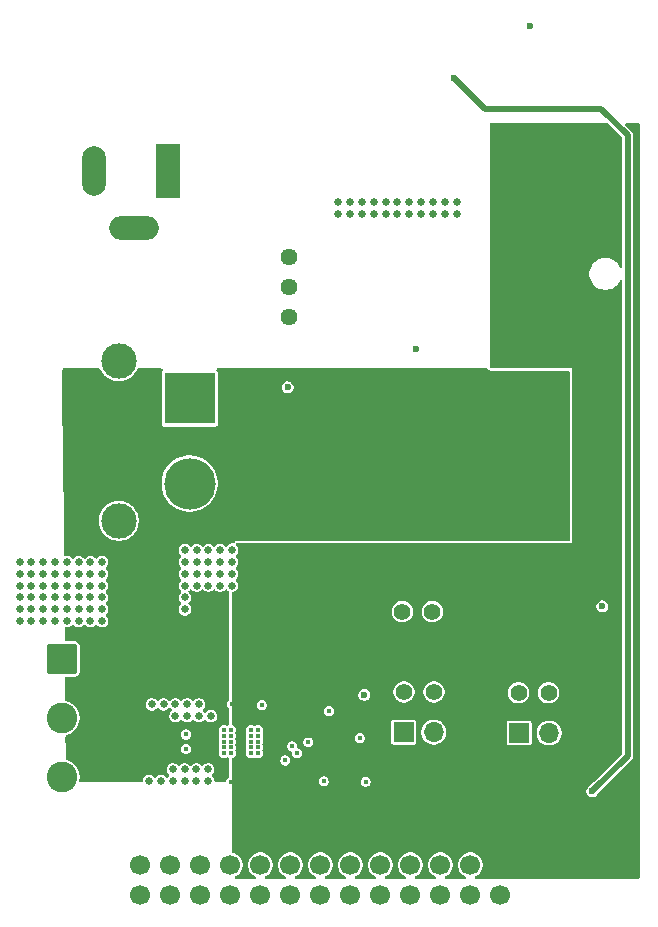
<source format=gbr>
%TF.GenerationSoftware,KiCad,Pcbnew,9.0.0*%
%TF.CreationDate,2025-03-07T07:16:51+07:00*%
%TF.ProjectId,Driver-DRV8317,44726976-6572-42d4-9452-56383331372e,rev?*%
%TF.SameCoordinates,Original*%
%TF.FileFunction,Copper,L2,Inr*%
%TF.FilePolarity,Positive*%
%FSLAX46Y46*%
G04 Gerber Fmt 4.6, Leading zero omitted, Abs format (unit mm)*
G04 Created by KiCad (PCBNEW 9.0.0) date 2025-03-07 07:16:51*
%MOMM*%
%LPD*%
G01*
G04 APERTURE LIST*
G04 Aperture macros list*
%AMRoundRect*
0 Rectangle with rounded corners*
0 $1 Rounding radius*
0 $2 $3 $4 $5 $6 $7 $8 $9 X,Y pos of 4 corners*
0 Add a 4 corners polygon primitive as box body*
4,1,4,$2,$3,$4,$5,$6,$7,$8,$9,$2,$3,0*
0 Add four circle primitives for the rounded corners*
1,1,$1+$1,$2,$3*
1,1,$1+$1,$4,$5*
1,1,$1+$1,$6,$7*
1,1,$1+$1,$8,$9*
0 Add four rect primitives between the rounded corners*
20,1,$1+$1,$2,$3,$4,$5,0*
20,1,$1+$1,$4,$5,$6,$7,0*
20,1,$1+$1,$6,$7,$8,$9,0*
20,1,$1+$1,$8,$9,$2,$3,0*%
G04 Aperture macros list end*
%TA.AperFunction,ComponentPad*%
%ADD10R,1.700000X1.700000*%
%TD*%
%TA.AperFunction,ComponentPad*%
%ADD11O,1.700000X1.700000*%
%TD*%
%TA.AperFunction,ComponentPad*%
%ADD12R,4.350000X4.350000*%
%TD*%
%TA.AperFunction,ComponentPad*%
%ADD13C,4.350000*%
%TD*%
%TA.AperFunction,ComponentPad*%
%ADD14C,3.000000*%
%TD*%
%TA.AperFunction,ComponentPad*%
%ADD15C,1.400000*%
%TD*%
%TA.AperFunction,ComponentPad*%
%ADD16RoundRect,0.250000X-0.600000X0.600000X-0.600000X-0.600000X0.600000X-0.600000X0.600000X0.600000X0*%
%TD*%
%TA.AperFunction,ComponentPad*%
%ADD17C,1.700000*%
%TD*%
%TA.AperFunction,ComponentPad*%
%ADD18RoundRect,0.250000X-1.050000X1.050000X-1.050000X-1.050000X1.050000X-1.050000X1.050000X1.050000X0*%
%TD*%
%TA.AperFunction,ComponentPad*%
%ADD19C,2.600000*%
%TD*%
%TA.AperFunction,ComponentPad*%
%ADD20R,2.000000X4.600000*%
%TD*%
%TA.AperFunction,ComponentPad*%
%ADD21O,2.000000X4.200000*%
%TD*%
%TA.AperFunction,ComponentPad*%
%ADD22O,4.200000X2.000000*%
%TD*%
%TA.AperFunction,ComponentPad*%
%ADD23C,1.440000*%
%TD*%
%TA.AperFunction,ViaPad*%
%ADD24C,0.650000*%
%TD*%
%TA.AperFunction,ViaPad*%
%ADD25C,0.450000*%
%TD*%
%TA.AperFunction,ViaPad*%
%ADD26C,0.600000*%
%TD*%
%TA.AperFunction,ViaPad*%
%ADD27C,1.200000*%
%TD*%
%TA.AperFunction,Conductor*%
%ADD28C,0.500000*%
%TD*%
G04 APERTURE END LIST*
D10*
%TO.N,Net-(JP4-A)*%
%TO.C,JP4*%
X146830000Y-117950000D03*
D11*
%TO.N,SLEW*%
X149370000Y-117950000D03*
%TO.N,AVDD*%
X151910000Y-117950000D03*
%TD*%
D12*
%TO.N,V+*%
%TO.C,PS1*%
X128710000Y-89700000D03*
D13*
%TO.N,GND*%
X128710000Y-96900000D03*
D14*
%TO.N,unconnected-(PS1-PadMH1)*%
X122710000Y-86550000D03*
%TO.N,unconnected-(PS1-PadMH2)*%
X122710000Y-100050000D03*
%TD*%
D15*
%TO.N,Net-(JP4-A)*%
%TO.C,JP5*%
X146860000Y-114550000D03*
%TO.N,GND*%
X149400000Y-114550000D03*
%TD*%
%TO.N,Net-(JP1-A)*%
%TO.C,JP1*%
X156560000Y-114625000D03*
%TO.N,GND*%
X159100000Y-114625000D03*
%TD*%
D10*
%TO.N,Net-(JP1-A)*%
%TO.C,JP2*%
X156610000Y-118025000D03*
D11*
%TO.N,GAIN*%
X159150000Y-118025000D03*
%TO.N,AVDD*%
X161690000Y-118025000D03*
%TD*%
D16*
%TO.N,AVDD*%
%TO.C,J1*%
X155030000Y-129190000D03*
D17*
%TO.N,GND*%
X155030000Y-131730000D03*
%TO.N,+5V*%
X152490000Y-129190000D03*
%TO.N,GND*%
X152490000Y-131730000D03*
%TO.N,Net-(J1-Pin_5)*%
X149950000Y-129190000D03*
%TO.N,GND*%
X149950000Y-131730000D03*
%TO.N,Net-(J1-Pin_7)*%
X147410000Y-129190000D03*
%TO.N,GND*%
X147410000Y-131730000D03*
%TO.N,Net-(J1-Pin_9)*%
X144870000Y-129190000D03*
%TO.N,GND*%
X144870000Y-131730000D03*
%TO.N,/DRV8317/NSLEEP*%
X142330000Y-129190000D03*
%TO.N,GND*%
X142330000Y-131730000D03*
%TO.N,/DRV8317/NFAULT*%
X139790000Y-129190000D03*
%TO.N,GND*%
X139790000Y-131730000D03*
%TO.N,/DRV8317/TIM1_CH3N*%
X137250000Y-129190000D03*
%TO.N,GND*%
X137250000Y-131730000D03*
%TO.N,/DRV8317/TIM1_CH3*%
X134710000Y-129190000D03*
%TO.N,GND*%
X134710000Y-131730000D03*
%TO.N,/DRV8317/TIM1_CH2N*%
X132170000Y-129190000D03*
%TO.N,GND*%
X132170000Y-131730000D03*
%TO.N,/DRV8317/TIM1_CH2*%
X129630000Y-129190000D03*
%TO.N,GND*%
X129630000Y-131730000D03*
%TO.N,/DRV8317/TIM1_CH1N*%
X127090000Y-129190000D03*
%TO.N,GND*%
X127090000Y-131730000D03*
%TO.N,/DRV8317/TIM1_CH1*%
X124550000Y-129190000D03*
%TO.N,GND*%
X124550000Y-131730000D03*
%TD*%
D15*
%TO.N,MODE*%
%TO.C,JP3*%
X146720000Y-107750000D03*
%TO.N,GND*%
X149260000Y-107750000D03*
%TD*%
D18*
%TO.N,Net-(IC3-OUTA_1)*%
%TO.C,J6*%
X117900000Y-111750000D03*
D19*
%TO.N,Net-(IC3-OUTB_1)*%
X117900000Y-116750000D03*
%TO.N,Net-(IC3-OUTC_1)*%
X117900000Y-121750000D03*
%TD*%
D20*
%TO.N,V+*%
%TO.C,J5*%
X126910000Y-70450000D03*
D21*
%TO.N,GND*%
X120610000Y-70450000D03*
D22*
%TO.N,N/C*%
X124010000Y-75250000D03*
%TD*%
D23*
%TO.N,Net-(U1-FB)*%
%TO.C,RV1*%
X137110000Y-82830000D03*
%TO.N,VM*%
X137110000Y-80290000D03*
%TO.N,unconnected-(RV1-Pad3)*%
X137110000Y-77750000D03*
%TD*%
D24*
%TO.N,GND*%
X114310000Y-106550000D03*
X129510000Y-115600000D03*
X132310000Y-105550000D03*
X130291623Y-121109148D03*
D25*
X134510000Y-118250000D03*
D24*
X144310000Y-74050000D03*
X115310000Y-108550000D03*
X116310000Y-104550000D03*
X131310000Y-104550000D03*
X144310000Y-73050000D03*
X129510000Y-116600000D03*
X121310000Y-105550000D03*
X125291623Y-122109148D03*
X114310000Y-105550000D03*
X118310000Y-105550000D03*
X142310000Y-73050000D03*
X120310000Y-107550000D03*
X118310000Y-103550000D03*
X127510000Y-115600000D03*
X117310000Y-108550000D03*
X150310000Y-74050000D03*
X129291623Y-122109148D03*
X128310000Y-107550000D03*
X119310000Y-103550000D03*
X148310000Y-74050000D03*
D25*
X131610000Y-118750000D03*
D24*
X121310000Y-108550000D03*
X116310000Y-103550000D03*
X125510000Y-115600000D03*
X114310000Y-103550000D03*
X117310000Y-106550000D03*
D25*
X134510000Y-119250000D03*
D24*
X149310000Y-73050000D03*
X121310000Y-104550000D03*
D25*
X133910000Y-119750000D03*
D24*
X151310000Y-74050000D03*
D25*
X140072407Y-122125930D03*
D24*
X127291623Y-122109148D03*
X119310000Y-105550000D03*
X128310000Y-103550000D03*
X116310000Y-105550000D03*
X129310000Y-104550000D03*
X117310000Y-104550000D03*
X130310000Y-102550000D03*
X151310000Y-73050000D03*
D26*
X143510000Y-114800000D03*
D24*
X118310000Y-104550000D03*
X128291623Y-122109148D03*
X131310000Y-103550000D03*
X129310000Y-105550000D03*
X117310000Y-105550000D03*
D25*
X132210000Y-119750000D03*
D24*
X121310000Y-106550000D03*
X132310000Y-103550000D03*
D25*
X134510000Y-118750000D03*
D24*
X121310000Y-107550000D03*
X119310000Y-108550000D03*
X116310000Y-106550000D03*
D25*
X133910000Y-118750000D03*
X128410000Y-118150000D03*
D24*
X128310000Y-105550000D03*
X141310000Y-74050000D03*
D25*
X134510000Y-117750000D03*
D24*
X129291623Y-121109148D03*
X130310000Y-104550000D03*
X142310000Y-74050000D03*
X143310000Y-73050000D03*
X146310000Y-73050000D03*
D25*
X133910000Y-119250000D03*
D24*
X149310000Y-74050000D03*
X120310000Y-108550000D03*
X130291623Y-122109148D03*
D25*
X131610000Y-118250000D03*
X133910000Y-117750000D03*
D24*
X132310000Y-104550000D03*
X115310000Y-103550000D03*
X117310000Y-103550000D03*
X118310000Y-107550000D03*
D25*
X133910000Y-118250000D03*
X132210000Y-118250000D03*
D24*
X141310000Y-73050000D03*
X118310000Y-108550000D03*
D25*
X132210000Y-118750000D03*
D24*
X117310000Y-107550000D03*
X131310000Y-105550000D03*
X128510000Y-115600000D03*
D25*
X128410000Y-119350000D03*
D24*
X150310000Y-73050000D03*
D25*
X134510000Y-119750000D03*
D24*
X128291623Y-121109148D03*
D25*
X131610000Y-117750000D03*
D24*
X127510000Y-116600000D03*
X115310000Y-107550000D03*
X148310000Y-73050000D03*
X119310000Y-104550000D03*
D26*
X157510000Y-58150000D03*
D24*
X119310000Y-107550000D03*
X126291623Y-122109148D03*
X120310000Y-106550000D03*
X145310000Y-74050000D03*
X147310000Y-74050000D03*
X128510000Y-116600000D03*
X145310000Y-73050000D03*
X128310000Y-102550000D03*
X116310000Y-107550000D03*
X147310000Y-73050000D03*
X130510000Y-116600000D03*
D26*
X137010000Y-88750000D03*
D24*
X132310000Y-102550000D03*
X120310000Y-105550000D03*
X129310000Y-102550000D03*
X126510000Y-115600000D03*
X129310000Y-103550000D03*
D25*
X132210000Y-119250000D03*
D24*
X143310000Y-74050000D03*
X114310000Y-107550000D03*
X116310000Y-108550000D03*
X115310000Y-106550000D03*
X120310000Y-104550000D03*
D25*
X131610000Y-119750000D03*
D24*
X130310000Y-105550000D03*
X115310000Y-104550000D03*
X119310000Y-106550000D03*
X121310000Y-103550000D03*
X114310000Y-104550000D03*
X146310000Y-74050000D03*
D25*
X131610000Y-119250000D03*
D24*
X128310000Y-104550000D03*
X131310000Y-102550000D03*
X128310000Y-106550000D03*
X120310000Y-103550000D03*
X130310000Y-103550000D03*
D26*
X163660000Y-107300000D03*
D24*
X127291623Y-121109148D03*
X115310000Y-105550000D03*
X114310000Y-108550000D03*
D25*
X132210000Y-117750000D03*
D24*
X118310000Y-106550000D03*
D27*
%TO.N,VM*%
X123510000Y-105050000D03*
X124910000Y-108850000D03*
X157310000Y-93750000D03*
X159310000Y-92350000D03*
X123510000Y-110350000D03*
X124910000Y-103550000D03*
X152910000Y-88650000D03*
X152910000Y-93350000D03*
X154910000Y-88650000D03*
D25*
X131660000Y-121600000D03*
D27*
X126310000Y-105050000D03*
X124910000Y-110350000D03*
X126310000Y-110350000D03*
X126310000Y-103550000D03*
X154910000Y-90150000D03*
X123510000Y-108850000D03*
X152910000Y-91650000D03*
X123510000Y-103550000D03*
X159310000Y-93750000D03*
X126310000Y-108850000D03*
X154910000Y-91650000D03*
X152910000Y-90150000D03*
X154910000Y-93350000D03*
X157310000Y-92350000D03*
X124910000Y-105050000D03*
D26*
%TO.N,Net-(U1-FB)*%
X147860000Y-85500000D03*
D25*
%TO.N,AVDD*%
X137010000Y-121050000D03*
D26*
X160610000Y-67150000D03*
D25*
X132200000Y-122200000D03*
D26*
X156610000Y-67100000D03*
D25*
X141285000Y-121150000D03*
D26*
X154810000Y-68700000D03*
X156610000Y-67900000D03*
X160610000Y-67950000D03*
X156610000Y-68700000D03*
X154810000Y-67100000D03*
D25*
X136452496Y-118802542D03*
D26*
X159710000Y-67950000D03*
X154810000Y-67900000D03*
D25*
X137160000Y-116800000D03*
D26*
X158810000Y-68750000D03*
X161410000Y-107400000D03*
D25*
X132300000Y-115600000D03*
D26*
X158810000Y-67150000D03*
X155710000Y-68700000D03*
X159710000Y-68750000D03*
X155710000Y-67100000D03*
X158810000Y-67950000D03*
X160610000Y-68750000D03*
X159710000Y-67150000D03*
X155710000Y-67900000D03*
D25*
%TO.N,SLEW*%
X137800000Y-119750000D03*
%TO.N,/DRV8317/NFAULT*%
X138774364Y-118815359D03*
X134810000Y-115650000D03*
%TO.N,GAIN*%
X136810000Y-120350000D03*
%TO.N,MODE*%
X137400000Y-119150000D03*
%TO.N,/DRV8317/NSLEEP*%
X143110000Y-118450000D03*
X143610000Y-122150000D03*
X140510000Y-116150000D03*
D26*
%TO.N,+5V*%
X151110000Y-62550000D03*
X162810000Y-122950000D03*
%TD*%
D28*
%TO.N,+5V*%
X165810000Y-67401000D02*
X165810000Y-119950000D01*
X151110000Y-62550000D02*
X153710000Y-65150000D01*
X163559000Y-65150000D02*
X165810000Y-67401000D01*
X165810000Y-119950000D02*
X162810000Y-122950000D01*
X152610000Y-129530000D02*
X152590000Y-129550000D01*
X153710000Y-65150000D02*
X163559000Y-65150000D01*
%TD*%
%TA.AperFunction,Conductor*%
%TO.N,VM*%
G36*
X121102105Y-87169685D02*
G01*
X121147860Y-87222489D01*
X121149605Y-87226496D01*
X121181595Y-87303726D01*
X121293052Y-87496774D01*
X121293057Y-87496780D01*
X121293058Y-87496782D01*
X121428751Y-87673622D01*
X121428757Y-87673629D01*
X121586370Y-87831242D01*
X121586376Y-87831247D01*
X121763226Y-87966948D01*
X121956274Y-88078405D01*
X122162219Y-88163710D01*
X122377537Y-88221404D01*
X122598543Y-88250500D01*
X122598550Y-88250500D01*
X122821450Y-88250500D01*
X122821457Y-88250500D01*
X123042463Y-88221404D01*
X123257781Y-88163710D01*
X123463726Y-88078405D01*
X123656774Y-87966948D01*
X123833624Y-87831247D01*
X123991247Y-87673624D01*
X124126948Y-87496774D01*
X124238405Y-87303726D01*
X124270374Y-87226545D01*
X124314213Y-87172144D01*
X124380507Y-87150079D01*
X124384934Y-87150000D01*
X126326564Y-87150000D01*
X126393603Y-87169685D01*
X126439358Y-87222489D01*
X126449302Y-87291647D01*
X126420277Y-87355203D01*
X126395455Y-87377102D01*
X126390447Y-87380447D01*
X126346132Y-87446769D01*
X126346131Y-87446770D01*
X126334500Y-87505247D01*
X126334500Y-91894752D01*
X126346131Y-91953229D01*
X126346132Y-91953230D01*
X126390447Y-92019552D01*
X126456769Y-92063867D01*
X126456770Y-92063868D01*
X126515247Y-92075499D01*
X126515250Y-92075500D01*
X126515252Y-92075500D01*
X130904750Y-92075500D01*
X130904751Y-92075499D01*
X130919568Y-92072552D01*
X130963229Y-92063868D01*
X130963229Y-92063867D01*
X130963231Y-92063867D01*
X131029552Y-92019552D01*
X131073867Y-91953231D01*
X131073867Y-91953229D01*
X131073868Y-91953229D01*
X131085499Y-91894752D01*
X131085500Y-91894750D01*
X131085500Y-88684108D01*
X136509500Y-88684108D01*
X136509500Y-88815891D01*
X136543608Y-88943187D01*
X136576554Y-89000250D01*
X136609500Y-89057314D01*
X136702686Y-89150500D01*
X136816814Y-89216392D01*
X136944108Y-89250500D01*
X136944110Y-89250500D01*
X137075890Y-89250500D01*
X137075892Y-89250500D01*
X137203186Y-89216392D01*
X137317314Y-89150500D01*
X137410500Y-89057314D01*
X137476392Y-88943186D01*
X137510500Y-88815892D01*
X137510500Y-88684108D01*
X137476392Y-88556814D01*
X137410500Y-88442686D01*
X137317314Y-88349500D01*
X137260250Y-88316554D01*
X137203187Y-88283608D01*
X137139539Y-88266554D01*
X137075892Y-88249500D01*
X136944108Y-88249500D01*
X136816812Y-88283608D01*
X136702686Y-88349500D01*
X136702683Y-88349502D01*
X136609502Y-88442683D01*
X136609500Y-88442686D01*
X136543608Y-88556812D01*
X136509500Y-88684108D01*
X131085500Y-88684108D01*
X131085500Y-87505249D01*
X131085499Y-87505247D01*
X131073868Y-87446770D01*
X131073867Y-87446769D01*
X131029552Y-87380447D01*
X131024545Y-87377102D01*
X130979740Y-87323490D01*
X130971033Y-87254165D01*
X131001188Y-87191137D01*
X131060631Y-87154418D01*
X131093436Y-87150000D01*
X153858387Y-87150000D01*
X153925426Y-87169685D01*
X153960276Y-87207503D01*
X153961960Y-87206347D01*
X153965901Y-87212086D01*
X154011660Y-87264895D01*
X154021577Y-87275016D01*
X154029246Y-87282843D01*
X154029247Y-87282844D01*
X154029249Y-87282845D01*
X154109059Y-87327488D01*
X154109063Y-87327490D01*
X154176102Y-87347175D01*
X154234000Y-87355500D01*
X160780500Y-87355500D01*
X160847539Y-87375185D01*
X160893294Y-87427989D01*
X160904500Y-87479500D01*
X160904500Y-101620500D01*
X160884815Y-101687539D01*
X160832011Y-101733294D01*
X160780500Y-101744500D01*
X132752528Y-101744500D01*
X132748864Y-101744565D01*
X132745196Y-101744631D01*
X132736350Y-101744947D01*
X132736345Y-101744947D01*
X132671873Y-101757772D01*
X132606411Y-101782188D01*
X132583439Y-101792395D01*
X132583436Y-101792397D01*
X132513716Y-101851575D01*
X132513710Y-101851581D01*
X132477230Y-101900312D01*
X132421296Y-101942182D01*
X132377964Y-101950000D01*
X132260000Y-101950000D01*
X132249279Y-101960720D01*
X132240315Y-101991250D01*
X132187511Y-102037005D01*
X132168094Y-102043986D01*
X132107162Y-102060312D01*
X132107161Y-102060313D01*
X131987338Y-102129492D01*
X131987333Y-102129496D01*
X131897681Y-102219149D01*
X131836358Y-102252634D01*
X131766666Y-102247650D01*
X131722319Y-102219149D01*
X131632666Y-102129496D01*
X131632661Y-102129492D01*
X131512838Y-102060313D01*
X131512837Y-102060312D01*
X131512836Y-102060312D01*
X131379183Y-102024500D01*
X131240817Y-102024500D01*
X131107164Y-102060312D01*
X131107161Y-102060313D01*
X130987338Y-102129492D01*
X130987333Y-102129496D01*
X130897681Y-102219149D01*
X130836358Y-102252634D01*
X130766666Y-102247650D01*
X130722319Y-102219149D01*
X130632666Y-102129496D01*
X130632661Y-102129492D01*
X130512838Y-102060313D01*
X130512837Y-102060312D01*
X130512836Y-102060312D01*
X130379183Y-102024500D01*
X130240817Y-102024500D01*
X130107164Y-102060312D01*
X130107161Y-102060313D01*
X129987338Y-102129492D01*
X129987333Y-102129496D01*
X129897681Y-102219149D01*
X129836358Y-102252634D01*
X129766666Y-102247650D01*
X129722319Y-102219149D01*
X129632666Y-102129496D01*
X129632661Y-102129492D01*
X129512838Y-102060313D01*
X129512837Y-102060312D01*
X129512836Y-102060312D01*
X129379183Y-102024500D01*
X129240817Y-102024500D01*
X129107164Y-102060312D01*
X129107161Y-102060313D01*
X128987338Y-102129492D01*
X128987333Y-102129496D01*
X128897681Y-102219149D01*
X128836358Y-102252634D01*
X128766666Y-102247650D01*
X128722319Y-102219149D01*
X128632666Y-102129496D01*
X128632661Y-102129492D01*
X128512838Y-102060313D01*
X128512837Y-102060312D01*
X128512836Y-102060312D01*
X128379183Y-102024500D01*
X128240817Y-102024500D01*
X128107164Y-102060312D01*
X128107161Y-102060313D01*
X127987338Y-102129492D01*
X127987333Y-102129496D01*
X127889496Y-102227333D01*
X127889492Y-102227338D01*
X127820313Y-102347161D01*
X127820312Y-102347164D01*
X127784500Y-102480817D01*
X127784500Y-102619182D01*
X127820312Y-102752835D01*
X127820313Y-102752838D01*
X127889492Y-102872661D01*
X127889496Y-102872666D01*
X127979149Y-102962319D01*
X128012634Y-103023642D01*
X128007650Y-103093334D01*
X127979149Y-103137681D01*
X127889496Y-103227333D01*
X127889492Y-103227338D01*
X127820313Y-103347161D01*
X127820312Y-103347164D01*
X127784500Y-103480817D01*
X127784500Y-103619182D01*
X127820312Y-103752835D01*
X127820313Y-103752838D01*
X127889492Y-103872661D01*
X127889496Y-103872666D01*
X127979149Y-103962319D01*
X128012634Y-104023642D01*
X128007650Y-104093334D01*
X127979149Y-104137681D01*
X127889496Y-104227333D01*
X127889492Y-104227338D01*
X127820313Y-104347161D01*
X127820312Y-104347164D01*
X127784500Y-104480817D01*
X127784500Y-104619182D01*
X127820312Y-104752835D01*
X127820313Y-104752838D01*
X127889492Y-104872661D01*
X127889496Y-104872666D01*
X127979149Y-104962319D01*
X128012634Y-105023642D01*
X128007650Y-105093334D01*
X127979149Y-105137681D01*
X127889496Y-105227333D01*
X127889492Y-105227338D01*
X127820313Y-105347161D01*
X127820312Y-105347164D01*
X127784500Y-105480817D01*
X127784500Y-105619182D01*
X127820312Y-105752835D01*
X127820313Y-105752838D01*
X127889492Y-105872661D01*
X127889496Y-105872666D01*
X127979149Y-105962319D01*
X128012634Y-106023642D01*
X128007650Y-106093334D01*
X127979149Y-106137681D01*
X127889496Y-106227333D01*
X127889492Y-106227338D01*
X127820313Y-106347161D01*
X127820312Y-106347164D01*
X127784500Y-106480817D01*
X127784500Y-106619182D01*
X127820312Y-106752835D01*
X127820313Y-106752838D01*
X127889492Y-106872661D01*
X127889496Y-106872666D01*
X127979149Y-106962319D01*
X128012634Y-107023642D01*
X128007650Y-107093334D01*
X127979149Y-107137681D01*
X127889496Y-107227333D01*
X127889492Y-107227338D01*
X127820313Y-107347161D01*
X127820312Y-107347164D01*
X127784500Y-107480817D01*
X127784500Y-107619182D01*
X127820312Y-107752835D01*
X127820313Y-107752838D01*
X127889492Y-107872661D01*
X127889494Y-107872664D01*
X127889495Y-107872665D01*
X127987335Y-107970505D01*
X128107164Y-108039688D01*
X128240817Y-108075500D01*
X128240819Y-108075500D01*
X128379181Y-108075500D01*
X128379183Y-108075500D01*
X128512836Y-108039688D01*
X128632665Y-107970505D01*
X128730505Y-107872665D01*
X128799688Y-107752836D01*
X128835500Y-107619183D01*
X128835500Y-107480817D01*
X128799688Y-107347164D01*
X128730505Y-107227335D01*
X128640851Y-107137681D01*
X128607366Y-107076358D01*
X128612350Y-107006666D01*
X128640851Y-106962319D01*
X128730505Y-106872665D01*
X128799688Y-106752836D01*
X128835500Y-106619183D01*
X128835500Y-106480817D01*
X128799688Y-106347164D01*
X128730505Y-106227335D01*
X128640851Y-106137681D01*
X128636512Y-106129735D01*
X128629265Y-106124310D01*
X128620030Y-106099550D01*
X128607366Y-106076358D01*
X128608011Y-106067328D01*
X128604848Y-106058846D01*
X128610464Y-106033025D01*
X128612350Y-106006666D01*
X128618168Y-105997612D01*
X128619700Y-105990573D01*
X128640851Y-105962319D01*
X128722319Y-105880851D01*
X128783642Y-105847366D01*
X128853334Y-105852350D01*
X128897681Y-105880851D01*
X128987335Y-105970505D01*
X129107164Y-106039688D01*
X129240817Y-106075500D01*
X129240819Y-106075500D01*
X129379181Y-106075500D01*
X129379183Y-106075500D01*
X129512836Y-106039688D01*
X129632665Y-105970505D01*
X129722319Y-105880851D01*
X129783642Y-105847366D01*
X129853334Y-105852350D01*
X129897681Y-105880851D01*
X129987335Y-105970505D01*
X130107164Y-106039688D01*
X130240817Y-106075500D01*
X130240819Y-106075500D01*
X130379181Y-106075500D01*
X130379183Y-106075500D01*
X130512836Y-106039688D01*
X130632665Y-105970505D01*
X130722319Y-105880851D01*
X130783642Y-105847366D01*
X130853334Y-105852350D01*
X130897681Y-105880851D01*
X130987335Y-105970505D01*
X131107164Y-106039688D01*
X131240817Y-106075500D01*
X131240819Y-106075500D01*
X131379181Y-106075500D01*
X131379183Y-106075500D01*
X131512836Y-106039688D01*
X131632665Y-105970505D01*
X131722319Y-105880851D01*
X131726952Y-105878320D01*
X131729858Y-105873910D01*
X131757303Y-105861747D01*
X131783642Y-105847366D01*
X131788908Y-105847742D01*
X131793737Y-105845603D01*
X131823396Y-105850209D01*
X131853334Y-105852350D01*
X131858961Y-105855732D01*
X131862779Y-105856325D01*
X131879505Y-105868078D01*
X131892253Y-105875740D01*
X131895044Y-105878214D01*
X131987335Y-105970505D01*
X132021250Y-105990085D01*
X132030641Y-105998410D01*
X132042801Y-106017809D01*
X132058604Y-106034382D01*
X132061007Y-106046851D01*
X132067751Y-106057609D01*
X132067493Y-106080502D01*
X132071827Y-106102989D01*
X132067366Y-106126135D01*
X132062826Y-106141594D01*
X132054500Y-106199503D01*
X132054500Y-115192389D01*
X132034815Y-115259428D01*
X132018182Y-115280070D01*
X131959514Y-115338738D01*
X131959513Y-115338740D01*
X131903498Y-115435760D01*
X131903497Y-115435763D01*
X131874500Y-115543982D01*
X131874500Y-115656018D01*
X131903497Y-115764237D01*
X131959515Y-115861263D01*
X131959517Y-115861265D01*
X132018181Y-115919929D01*
X132051666Y-115981252D01*
X132054500Y-116007610D01*
X132054500Y-117227748D01*
X132055212Y-117244831D01*
X132056889Y-117264916D01*
X132053452Y-117281673D01*
X132055078Y-117298699D01*
X132046578Y-117315186D01*
X132042851Y-117333361D01*
X132030737Y-117345914D01*
X132023063Y-117360802D01*
X131995320Y-117382620D01*
X131972000Y-117396084D01*
X131904100Y-117412557D01*
X131848001Y-117396085D01*
X131774237Y-117353497D01*
X131666018Y-117324500D01*
X131553982Y-117324500D01*
X131445763Y-117353497D01*
X131445760Y-117353498D01*
X131348740Y-117409513D01*
X131348734Y-117409517D01*
X131269517Y-117488734D01*
X131269513Y-117488740D01*
X131213498Y-117585760D01*
X131213497Y-117585763D01*
X131184500Y-117693982D01*
X131184500Y-117806018D01*
X131208213Y-117894514D01*
X131213497Y-117914236D01*
X131213497Y-117914237D01*
X131227217Y-117938001D01*
X131243688Y-118005902D01*
X131227217Y-118061999D01*
X131213497Y-118085762D01*
X131213497Y-118085763D01*
X131184500Y-118193982D01*
X131184500Y-118306018D01*
X131186703Y-118314237D01*
X131213497Y-118414236D01*
X131213497Y-118414237D01*
X131227217Y-118438001D01*
X131243688Y-118505902D01*
X131227217Y-118561999D01*
X131213497Y-118585762D01*
X131213497Y-118585763D01*
X131184500Y-118693982D01*
X131184500Y-118806017D01*
X131213497Y-118914236D01*
X131213497Y-118914237D01*
X131227217Y-118938001D01*
X131243688Y-119005902D01*
X131227217Y-119061999D01*
X131213497Y-119085762D01*
X131213497Y-119085763D01*
X131184500Y-119193982D01*
X131184500Y-119306018D01*
X131211295Y-119406017D01*
X131213497Y-119414236D01*
X131213497Y-119414237D01*
X131227217Y-119438001D01*
X131243688Y-119505902D01*
X131227217Y-119561999D01*
X131213497Y-119585762D01*
X131213497Y-119585763D01*
X131184500Y-119693982D01*
X131184500Y-119806018D01*
X131213497Y-119914237D01*
X131269515Y-120011263D01*
X131348737Y-120090485D01*
X131445763Y-120146503D01*
X131553982Y-120175500D01*
X131553984Y-120175500D01*
X131666016Y-120175500D01*
X131666018Y-120175500D01*
X131774237Y-120146503D01*
X131848003Y-120103913D01*
X131859668Y-120101083D01*
X131869447Y-120094121D01*
X131892989Y-120093000D01*
X131915899Y-120087442D01*
X131928989Y-120091285D01*
X131939237Y-120090798D01*
X131971999Y-120103915D01*
X131989149Y-120113817D01*
X131997847Y-120118839D01*
X132046061Y-120169407D01*
X132059282Y-120238014D01*
X132058582Y-120243871D01*
X132054500Y-120272261D01*
X132054500Y-121721087D01*
X132034815Y-121788126D01*
X131992501Y-121828473D01*
X131938743Y-121859510D01*
X131938734Y-121859517D01*
X131859517Y-121938734D01*
X131859513Y-121938740D01*
X131803498Y-122035760D01*
X131803497Y-122035761D01*
X131801312Y-122043916D01*
X131797513Y-122058095D01*
X131761149Y-122117754D01*
X131698302Y-122148283D01*
X131677739Y-122150000D01*
X130940354Y-122150000D01*
X130873315Y-122130315D01*
X130827560Y-122077511D01*
X130817415Y-122042184D01*
X130817123Y-122039967D01*
X130817123Y-122039965D01*
X130781311Y-121906312D01*
X130712128Y-121786483D01*
X130622474Y-121696829D01*
X130588989Y-121635506D01*
X130593973Y-121565814D01*
X130622474Y-121521467D01*
X130712128Y-121431813D01*
X130781311Y-121311984D01*
X130817123Y-121178331D01*
X130817123Y-121039965D01*
X130781311Y-120906312D01*
X130712128Y-120786483D01*
X130614288Y-120688643D01*
X130614287Y-120688642D01*
X130614284Y-120688640D01*
X130494461Y-120619461D01*
X130494460Y-120619460D01*
X130494459Y-120619460D01*
X130360806Y-120583648D01*
X130222440Y-120583648D01*
X130088787Y-120619460D01*
X130088784Y-120619461D01*
X129968961Y-120688640D01*
X129968956Y-120688644D01*
X129879304Y-120778297D01*
X129817981Y-120811782D01*
X129748289Y-120806798D01*
X129703942Y-120778297D01*
X129614289Y-120688644D01*
X129614284Y-120688640D01*
X129494461Y-120619461D01*
X129494460Y-120619460D01*
X129494459Y-120619460D01*
X129360806Y-120583648D01*
X129222440Y-120583648D01*
X129088787Y-120619460D01*
X129088784Y-120619461D01*
X128968961Y-120688640D01*
X128968956Y-120688644D01*
X128879304Y-120778297D01*
X128817981Y-120811782D01*
X128748289Y-120806798D01*
X128703942Y-120778297D01*
X128614289Y-120688644D01*
X128614284Y-120688640D01*
X128494461Y-120619461D01*
X128494460Y-120619460D01*
X128494459Y-120619460D01*
X128360806Y-120583648D01*
X128222440Y-120583648D01*
X128088787Y-120619460D01*
X128088784Y-120619461D01*
X127968961Y-120688640D01*
X127968956Y-120688644D01*
X127879304Y-120778297D01*
X127817981Y-120811782D01*
X127748289Y-120806798D01*
X127703942Y-120778297D01*
X127614289Y-120688644D01*
X127614284Y-120688640D01*
X127494461Y-120619461D01*
X127494460Y-120619460D01*
X127494459Y-120619460D01*
X127360806Y-120583648D01*
X127222440Y-120583648D01*
X127088787Y-120619460D01*
X127088784Y-120619461D01*
X126968961Y-120688640D01*
X126968956Y-120688644D01*
X126871119Y-120786481D01*
X126871115Y-120786486D01*
X126801936Y-120906309D01*
X126801935Y-120906312D01*
X126766123Y-121039965D01*
X126766123Y-121178330D01*
X126801935Y-121311983D01*
X126801936Y-121311986D01*
X126871115Y-121431809D01*
X126871119Y-121431814D01*
X126960772Y-121521467D01*
X126965110Y-121529412D01*
X126972358Y-121534838D01*
X126981592Y-121559597D01*
X126994257Y-121582790D01*
X126993611Y-121591819D01*
X126996775Y-121600302D01*
X126991158Y-121626122D01*
X126989273Y-121652482D01*
X126983454Y-121661535D01*
X126981923Y-121668575D01*
X126960772Y-121696829D01*
X126879304Y-121778297D01*
X126817981Y-121811782D01*
X126748289Y-121806798D01*
X126703942Y-121778297D01*
X126614289Y-121688644D01*
X126614284Y-121688640D01*
X126494461Y-121619461D01*
X126494460Y-121619460D01*
X126494459Y-121619460D01*
X126360806Y-121583648D01*
X126222440Y-121583648D01*
X126088787Y-121619460D01*
X126088784Y-121619461D01*
X125968961Y-121688640D01*
X125968956Y-121688644D01*
X125879304Y-121778297D01*
X125817981Y-121811782D01*
X125748289Y-121806798D01*
X125703942Y-121778297D01*
X125614289Y-121688644D01*
X125614284Y-121688640D01*
X125494461Y-121619461D01*
X125494460Y-121619460D01*
X125494459Y-121619460D01*
X125360806Y-121583648D01*
X125222440Y-121583648D01*
X125088787Y-121619460D01*
X125088784Y-121619461D01*
X124968961Y-121688640D01*
X124968956Y-121688644D01*
X124871119Y-121786481D01*
X124871115Y-121786486D01*
X124801936Y-121906309D01*
X124801935Y-121906312D01*
X124766122Y-122039967D01*
X124765831Y-122042184D01*
X124765064Y-122043916D01*
X124764020Y-122047815D01*
X124763412Y-122047652D01*
X124737566Y-122106081D01*
X124679242Y-122144553D01*
X124642892Y-122150000D01*
X119501036Y-122150000D01*
X119433997Y-122130315D01*
X119388242Y-122077511D01*
X119378298Y-122008353D01*
X119378563Y-122006602D01*
X119400500Y-121868097D01*
X119400500Y-121631902D01*
X119363553Y-121398631D01*
X119322894Y-121273498D01*
X119290568Y-121174008D01*
X119290566Y-121174005D01*
X119290566Y-121174003D01*
X119183342Y-120963566D01*
X119044517Y-120772490D01*
X118877510Y-120605483D01*
X118686433Y-120466657D01*
X118475996Y-120359433D01*
X118300879Y-120302534D01*
X118243204Y-120263096D01*
X118216006Y-120198737D01*
X118215202Y-120185628D01*
X118207893Y-119293982D01*
X127984500Y-119293982D01*
X127984500Y-119406018D01*
X128013497Y-119514237D01*
X128069515Y-119611263D01*
X128148737Y-119690485D01*
X128245763Y-119746503D01*
X128353982Y-119775500D01*
X128353984Y-119775500D01*
X128466016Y-119775500D01*
X128466018Y-119775500D01*
X128574237Y-119746503D01*
X128671263Y-119690485D01*
X128750485Y-119611263D01*
X128806503Y-119514237D01*
X128835500Y-119406018D01*
X128835500Y-119293982D01*
X128806503Y-119185763D01*
X128750485Y-119088737D01*
X128671263Y-119009515D01*
X128574237Y-118953497D01*
X128466018Y-118924500D01*
X128353982Y-118924500D01*
X128245763Y-118953497D01*
X128245760Y-118953498D01*
X128148740Y-119009513D01*
X128148734Y-119009517D01*
X128069517Y-119088734D01*
X128069513Y-119088740D01*
X128013498Y-119185760D01*
X128013497Y-119185763D01*
X127984500Y-119293982D01*
X118207893Y-119293982D01*
X118199921Y-118321374D01*
X118219056Y-118254179D01*
X118271483Y-118207993D01*
X118285589Y-118202433D01*
X118475992Y-118140568D01*
X118567422Y-118093982D01*
X127984500Y-118093982D01*
X127984500Y-118206018D01*
X128011295Y-118306017D01*
X128013497Y-118314236D01*
X128013498Y-118314239D01*
X128032169Y-118346579D01*
X128069515Y-118411263D01*
X128148737Y-118490485D01*
X128245763Y-118546503D01*
X128353982Y-118575500D01*
X128353984Y-118575500D01*
X128466016Y-118575500D01*
X128466018Y-118575500D01*
X128574237Y-118546503D01*
X128671263Y-118490485D01*
X128750485Y-118411263D01*
X128806503Y-118314237D01*
X128835500Y-118206018D01*
X128835500Y-118093982D01*
X128806503Y-117985763D01*
X128750485Y-117888737D01*
X128671263Y-117809515D01*
X128574237Y-117753497D01*
X128466018Y-117724500D01*
X128353982Y-117724500D01*
X128245763Y-117753497D01*
X128245760Y-117753498D01*
X128148740Y-117809513D01*
X128148734Y-117809517D01*
X128069517Y-117888734D01*
X128069513Y-117888740D01*
X128013498Y-117985760D01*
X128013497Y-117985763D01*
X127984500Y-118093982D01*
X118567422Y-118093982D01*
X118686433Y-118033343D01*
X118877510Y-117894517D01*
X119044517Y-117727510D01*
X119183343Y-117536433D01*
X119290568Y-117325992D01*
X119363553Y-117101368D01*
X119376360Y-117020507D01*
X119400500Y-116868097D01*
X119400500Y-116631902D01*
X119363553Y-116398631D01*
X119321481Y-116269149D01*
X119290568Y-116174008D01*
X119290566Y-116174005D01*
X119290566Y-116174003D01*
X119183342Y-115963566D01*
X119173184Y-115949585D01*
X119044517Y-115772490D01*
X118877510Y-115605483D01*
X118774741Y-115530817D01*
X124984500Y-115530817D01*
X124984500Y-115669183D01*
X125012181Y-115772488D01*
X125020312Y-115802835D01*
X125020313Y-115802838D01*
X125089492Y-115922661D01*
X125089494Y-115922664D01*
X125089495Y-115922665D01*
X125187335Y-116020505D01*
X125307164Y-116089688D01*
X125440817Y-116125500D01*
X125440819Y-116125500D01*
X125579181Y-116125500D01*
X125579183Y-116125500D01*
X125712836Y-116089688D01*
X125832665Y-116020505D01*
X125922319Y-115930851D01*
X125983642Y-115897366D01*
X126053334Y-115902350D01*
X126097681Y-115930851D01*
X126187335Y-116020505D01*
X126307164Y-116089688D01*
X126440817Y-116125500D01*
X126440819Y-116125500D01*
X126579181Y-116125500D01*
X126579183Y-116125500D01*
X126712836Y-116089688D01*
X126832665Y-116020505D01*
X126922319Y-115930851D01*
X126930264Y-115926512D01*
X126935690Y-115919265D01*
X126960449Y-115910030D01*
X126983642Y-115897366D01*
X126992671Y-115898011D01*
X127001154Y-115894848D01*
X127026974Y-115900464D01*
X127053334Y-115902350D01*
X127062387Y-115908168D01*
X127069427Y-115909700D01*
X127097681Y-115930851D01*
X127179149Y-116012319D01*
X127212634Y-116073642D01*
X127207650Y-116143334D01*
X127179149Y-116187681D01*
X127089496Y-116277333D01*
X127089492Y-116277338D01*
X127020313Y-116397161D01*
X127020312Y-116397164D01*
X126984500Y-116530817D01*
X126984500Y-116669182D01*
X127020312Y-116802835D01*
X127020313Y-116802838D01*
X127089492Y-116922661D01*
X127089494Y-116922664D01*
X127089495Y-116922665D01*
X127187335Y-117020505D01*
X127307164Y-117089688D01*
X127440817Y-117125500D01*
X127440819Y-117125500D01*
X127579181Y-117125500D01*
X127579183Y-117125500D01*
X127712836Y-117089688D01*
X127832665Y-117020505D01*
X127922319Y-116930851D01*
X127983642Y-116897366D01*
X128053334Y-116902350D01*
X128097681Y-116930851D01*
X128187335Y-117020505D01*
X128307164Y-117089688D01*
X128440817Y-117125500D01*
X128440819Y-117125500D01*
X128579181Y-117125500D01*
X128579183Y-117125500D01*
X128712836Y-117089688D01*
X128832665Y-117020505D01*
X128922319Y-116930851D01*
X128983642Y-116897366D01*
X129053334Y-116902350D01*
X129097681Y-116930851D01*
X129187335Y-117020505D01*
X129307164Y-117089688D01*
X129440817Y-117125500D01*
X129440819Y-117125500D01*
X129579181Y-117125500D01*
X129579183Y-117125500D01*
X129712836Y-117089688D01*
X129832665Y-117020505D01*
X129922319Y-116930851D01*
X129983642Y-116897366D01*
X130053334Y-116902350D01*
X130097681Y-116930851D01*
X130187335Y-117020505D01*
X130307164Y-117089688D01*
X130440817Y-117125500D01*
X130440819Y-117125500D01*
X130579181Y-117125500D01*
X130579183Y-117125500D01*
X130712836Y-117089688D01*
X130832665Y-117020505D01*
X130930505Y-116922665D01*
X130999688Y-116802836D01*
X131035500Y-116669183D01*
X131035500Y-116530817D01*
X130999688Y-116397164D01*
X130945111Y-116302634D01*
X130930507Y-116277338D01*
X130930503Y-116277333D01*
X130832666Y-116179496D01*
X130832661Y-116179492D01*
X130712838Y-116110313D01*
X130712837Y-116110312D01*
X130712836Y-116110312D01*
X130579183Y-116074500D01*
X130440817Y-116074500D01*
X130307164Y-116110312D01*
X130307161Y-116110313D01*
X130187338Y-116179492D01*
X130187333Y-116179496D01*
X130097681Y-116269149D01*
X130089735Y-116273487D01*
X130084310Y-116280735D01*
X130059550Y-116289969D01*
X130036358Y-116302634D01*
X130027328Y-116301988D01*
X130018846Y-116305152D01*
X129993025Y-116299535D01*
X129966666Y-116297650D01*
X129957612Y-116291831D01*
X129950573Y-116290300D01*
X129922319Y-116269149D01*
X129840851Y-116187681D01*
X129807366Y-116126358D01*
X129812350Y-116056666D01*
X129840851Y-116012319D01*
X129871918Y-115981252D01*
X129930505Y-115922665D01*
X129999688Y-115802836D01*
X130035500Y-115669183D01*
X130035500Y-115530817D01*
X129999688Y-115397164D01*
X129930505Y-115277335D01*
X129832665Y-115179495D01*
X129832664Y-115179494D01*
X129832661Y-115179492D01*
X129712838Y-115110313D01*
X129712837Y-115110312D01*
X129712836Y-115110312D01*
X129579183Y-115074500D01*
X129440817Y-115074500D01*
X129307164Y-115110312D01*
X129307161Y-115110313D01*
X129187338Y-115179492D01*
X129187333Y-115179496D01*
X129097681Y-115269149D01*
X129036358Y-115302634D01*
X128966666Y-115297650D01*
X128922319Y-115269149D01*
X128832666Y-115179496D01*
X128832661Y-115179492D01*
X128712838Y-115110313D01*
X128712837Y-115110312D01*
X128712836Y-115110312D01*
X128579183Y-115074500D01*
X128440817Y-115074500D01*
X128307164Y-115110312D01*
X128307161Y-115110313D01*
X128187338Y-115179492D01*
X128187333Y-115179496D01*
X128097681Y-115269149D01*
X128036358Y-115302634D01*
X127966666Y-115297650D01*
X127922319Y-115269149D01*
X127832666Y-115179496D01*
X127832661Y-115179492D01*
X127712838Y-115110313D01*
X127712837Y-115110312D01*
X127712836Y-115110312D01*
X127579183Y-115074500D01*
X127440817Y-115074500D01*
X127307164Y-115110312D01*
X127307161Y-115110313D01*
X127187338Y-115179492D01*
X127187333Y-115179496D01*
X127097681Y-115269149D01*
X127036358Y-115302634D01*
X126966666Y-115297650D01*
X126922319Y-115269149D01*
X126832666Y-115179496D01*
X126832661Y-115179492D01*
X126712838Y-115110313D01*
X126712837Y-115110312D01*
X126712836Y-115110312D01*
X126579183Y-115074500D01*
X126440817Y-115074500D01*
X126307164Y-115110312D01*
X126307161Y-115110313D01*
X126187338Y-115179492D01*
X126187333Y-115179496D01*
X126097681Y-115269149D01*
X126036358Y-115302634D01*
X125966666Y-115297650D01*
X125922319Y-115269149D01*
X125832666Y-115179496D01*
X125832661Y-115179492D01*
X125712838Y-115110313D01*
X125712837Y-115110312D01*
X125712836Y-115110312D01*
X125579183Y-115074500D01*
X125440817Y-115074500D01*
X125307164Y-115110312D01*
X125307161Y-115110313D01*
X125187338Y-115179492D01*
X125187333Y-115179496D01*
X125089496Y-115277333D01*
X125089492Y-115277338D01*
X125020313Y-115397161D01*
X125020312Y-115397164D01*
X124984500Y-115530817D01*
X118774741Y-115530817D01*
X118686433Y-115466657D01*
X118475996Y-115359433D01*
X118259786Y-115289182D01*
X118202111Y-115249744D01*
X118174913Y-115185385D01*
X118174109Y-115172276D01*
X118159382Y-113375515D01*
X118178517Y-113308318D01*
X118230944Y-113262132D01*
X118283378Y-113250500D01*
X119004270Y-113250500D01*
X119034699Y-113247646D01*
X119034701Y-113247646D01*
X119098790Y-113225219D01*
X119162882Y-113202793D01*
X119272150Y-113122150D01*
X119352793Y-113012882D01*
X119375219Y-112948790D01*
X119397646Y-112884701D01*
X119397646Y-112884699D01*
X119400500Y-112854269D01*
X119400500Y-110645730D01*
X119397646Y-110615300D01*
X119397646Y-110615298D01*
X119352793Y-110487119D01*
X119352792Y-110487117D01*
X119272150Y-110377850D01*
X119162882Y-110297207D01*
X119162880Y-110297206D01*
X119034700Y-110252353D01*
X119004270Y-110249500D01*
X119004266Y-110249500D01*
X118256747Y-110249500D01*
X118189708Y-110229815D01*
X118143953Y-110177011D01*
X118132751Y-110126516D01*
X118125161Y-109200516D01*
X118144296Y-109133318D01*
X118196723Y-109087132D01*
X118249157Y-109075500D01*
X118379181Y-109075500D01*
X118379183Y-109075500D01*
X118512836Y-109039688D01*
X118632665Y-108970505D01*
X118722319Y-108880851D01*
X118783642Y-108847366D01*
X118853334Y-108852350D01*
X118897681Y-108880851D01*
X118987335Y-108970505D01*
X119107164Y-109039688D01*
X119240817Y-109075500D01*
X119240819Y-109075500D01*
X119379181Y-109075500D01*
X119379183Y-109075500D01*
X119512836Y-109039688D01*
X119632665Y-108970505D01*
X119722319Y-108880851D01*
X119783642Y-108847366D01*
X119853334Y-108852350D01*
X119897681Y-108880851D01*
X119987335Y-108970505D01*
X120107164Y-109039688D01*
X120240817Y-109075500D01*
X120240819Y-109075500D01*
X120379181Y-109075500D01*
X120379183Y-109075500D01*
X120512836Y-109039688D01*
X120632665Y-108970505D01*
X120722319Y-108880851D01*
X120783642Y-108847366D01*
X120853334Y-108852350D01*
X120897681Y-108880851D01*
X120987335Y-108970505D01*
X121107164Y-109039688D01*
X121240817Y-109075500D01*
X121240819Y-109075500D01*
X121379181Y-109075500D01*
X121379183Y-109075500D01*
X121512836Y-109039688D01*
X121632665Y-108970505D01*
X121730505Y-108872665D01*
X121799688Y-108752836D01*
X121835500Y-108619183D01*
X121835500Y-108480817D01*
X121799688Y-108347164D01*
X121730505Y-108227335D01*
X121640851Y-108137681D01*
X121607366Y-108076358D01*
X121612350Y-108006666D01*
X121640851Y-107962319D01*
X121730505Y-107872665D01*
X121799688Y-107752836D01*
X121835500Y-107619183D01*
X121835500Y-107480817D01*
X121799688Y-107347164D01*
X121730505Y-107227335D01*
X121640851Y-107137681D01*
X121607366Y-107076358D01*
X121612350Y-107006666D01*
X121640851Y-106962319D01*
X121730505Y-106872665D01*
X121799688Y-106752836D01*
X121835500Y-106619183D01*
X121835500Y-106480817D01*
X121799688Y-106347164D01*
X121730505Y-106227335D01*
X121640851Y-106137681D01*
X121607366Y-106076358D01*
X121612350Y-106006666D01*
X121640851Y-105962319D01*
X121730505Y-105872665D01*
X121799688Y-105752836D01*
X121835500Y-105619183D01*
X121835500Y-105480817D01*
X121799688Y-105347164D01*
X121730505Y-105227335D01*
X121640851Y-105137681D01*
X121607366Y-105076358D01*
X121612350Y-105006666D01*
X121640851Y-104962319D01*
X121730505Y-104872665D01*
X121799688Y-104752836D01*
X121835500Y-104619183D01*
X121835500Y-104480817D01*
X121799688Y-104347164D01*
X121730505Y-104227335D01*
X121640851Y-104137681D01*
X121607366Y-104076358D01*
X121612350Y-104006666D01*
X121640851Y-103962319D01*
X121730505Y-103872665D01*
X121799688Y-103752836D01*
X121835500Y-103619183D01*
X121835500Y-103480817D01*
X121799688Y-103347164D01*
X121730505Y-103227335D01*
X121632665Y-103129495D01*
X121632664Y-103129494D01*
X121632661Y-103129492D01*
X121512838Y-103060313D01*
X121512837Y-103060312D01*
X121512836Y-103060312D01*
X121379183Y-103024500D01*
X121240817Y-103024500D01*
X121107164Y-103060312D01*
X121107161Y-103060313D01*
X120987338Y-103129492D01*
X120987333Y-103129496D01*
X120897681Y-103219149D01*
X120836358Y-103252634D01*
X120766666Y-103247650D01*
X120722319Y-103219149D01*
X120632666Y-103129496D01*
X120632661Y-103129492D01*
X120512838Y-103060313D01*
X120512837Y-103060312D01*
X120512836Y-103060312D01*
X120379183Y-103024500D01*
X120240817Y-103024500D01*
X120107164Y-103060312D01*
X120107161Y-103060313D01*
X119987338Y-103129492D01*
X119987333Y-103129496D01*
X119897681Y-103219149D01*
X119836358Y-103252634D01*
X119766666Y-103247650D01*
X119722319Y-103219149D01*
X119632666Y-103129496D01*
X119632661Y-103129492D01*
X119512838Y-103060313D01*
X119512837Y-103060312D01*
X119512836Y-103060312D01*
X119379183Y-103024500D01*
X119240817Y-103024500D01*
X119107164Y-103060312D01*
X119107161Y-103060313D01*
X118987338Y-103129492D01*
X118987333Y-103129496D01*
X118897681Y-103219149D01*
X118836358Y-103252634D01*
X118766666Y-103247650D01*
X118722319Y-103219149D01*
X118632666Y-103129496D01*
X118632661Y-103129492D01*
X118512838Y-103060313D01*
X118512837Y-103060312D01*
X118512836Y-103060312D01*
X118379183Y-103024500D01*
X118240817Y-103024500D01*
X118240813Y-103024500D01*
X118229675Y-103027485D01*
X118159826Y-103025821D01*
X118101964Y-102986658D01*
X118074461Y-102922429D01*
X118073588Y-102908739D01*
X118049243Y-99938549D01*
X121009500Y-99938549D01*
X121009500Y-100161450D01*
X121009501Y-100161466D01*
X121038594Y-100382452D01*
X121038595Y-100382457D01*
X121038596Y-100382463D01*
X121038597Y-100382465D01*
X121096290Y-100597780D01*
X121096293Y-100597790D01*
X121181593Y-100803722D01*
X121181595Y-100803726D01*
X121293052Y-100996774D01*
X121293057Y-100996780D01*
X121293058Y-100996782D01*
X121428751Y-101173622D01*
X121428757Y-101173629D01*
X121586370Y-101331242D01*
X121586376Y-101331247D01*
X121763226Y-101466948D01*
X121956274Y-101578405D01*
X122162219Y-101663710D01*
X122377537Y-101721404D01*
X122598543Y-101750500D01*
X122598550Y-101750500D01*
X122821450Y-101750500D01*
X122821457Y-101750500D01*
X123042463Y-101721404D01*
X123257781Y-101663710D01*
X123463726Y-101578405D01*
X123656774Y-101466948D01*
X123833624Y-101331247D01*
X123991247Y-101173624D01*
X124126948Y-100996774D01*
X124238405Y-100803726D01*
X124323710Y-100597781D01*
X124381404Y-100382463D01*
X124410500Y-100161457D01*
X124410500Y-99938543D01*
X124381404Y-99717537D01*
X124323710Y-99502219D01*
X124238405Y-99296274D01*
X124126948Y-99103226D01*
X123991247Y-98926376D01*
X123991242Y-98926370D01*
X123833629Y-98768757D01*
X123833622Y-98768751D01*
X123656782Y-98633058D01*
X123656780Y-98633057D01*
X123656774Y-98633052D01*
X123463726Y-98521595D01*
X123463722Y-98521593D01*
X123257790Y-98436293D01*
X123257783Y-98436291D01*
X123257781Y-98436290D01*
X123042463Y-98378596D01*
X123042457Y-98378595D01*
X123042452Y-98378594D01*
X122821466Y-98349501D01*
X122821463Y-98349500D01*
X122821457Y-98349500D01*
X122598543Y-98349500D01*
X122598537Y-98349500D01*
X122598533Y-98349501D01*
X122377547Y-98378594D01*
X122377540Y-98378595D01*
X122377537Y-98378596D01*
X122162219Y-98436290D01*
X122162209Y-98436293D01*
X121956277Y-98521593D01*
X121956273Y-98521595D01*
X121763226Y-98633052D01*
X121763217Y-98633058D01*
X121586377Y-98768751D01*
X121586370Y-98768757D01*
X121428757Y-98926370D01*
X121428751Y-98926377D01*
X121293058Y-99103217D01*
X121293052Y-99103226D01*
X121181595Y-99296273D01*
X121181593Y-99296277D01*
X121096293Y-99502209D01*
X121096290Y-99502219D01*
X121038597Y-99717534D01*
X121038594Y-99717547D01*
X121009501Y-99938533D01*
X121009500Y-99938549D01*
X118049243Y-99938549D01*
X118036930Y-98436293D01*
X118023061Y-96744294D01*
X126334500Y-96744294D01*
X126334500Y-97055705D01*
X126368353Y-97312836D01*
X126375146Y-97364431D01*
X126375147Y-97364433D01*
X126455741Y-97665217D01*
X126455744Y-97665227D01*
X126574905Y-97952907D01*
X126574910Y-97952918D01*
X126730601Y-98222581D01*
X126730612Y-98222597D01*
X126920170Y-98469635D01*
X126920176Y-98469642D01*
X127140357Y-98689823D01*
X127140364Y-98689829D01*
X127316274Y-98824809D01*
X127387411Y-98879394D01*
X127387418Y-98879398D01*
X127657081Y-99035089D01*
X127657086Y-99035091D01*
X127657089Y-99035093D01*
X127944782Y-99154259D01*
X128245569Y-99234854D01*
X128554302Y-99275500D01*
X128554309Y-99275500D01*
X128865691Y-99275500D01*
X128865698Y-99275500D01*
X129174431Y-99234854D01*
X129475218Y-99154259D01*
X129762911Y-99035093D01*
X130032589Y-98879394D01*
X130279637Y-98689828D01*
X130499828Y-98469637D01*
X130689394Y-98222589D01*
X130845093Y-97952911D01*
X130964259Y-97665218D01*
X131044854Y-97364431D01*
X131085500Y-97055698D01*
X131085500Y-96744302D01*
X131044854Y-96435569D01*
X130964259Y-96134782D01*
X130845093Y-95847089D01*
X130845091Y-95847086D01*
X130845089Y-95847081D01*
X130689398Y-95577418D01*
X130689394Y-95577411D01*
X130499828Y-95330363D01*
X130499823Y-95330357D01*
X130279642Y-95110176D01*
X130279635Y-95110170D01*
X130032597Y-94920612D01*
X130032595Y-94920610D01*
X130032589Y-94920606D01*
X130032584Y-94920603D01*
X130032581Y-94920601D01*
X129762918Y-94764910D01*
X129762907Y-94764905D01*
X129475227Y-94645744D01*
X129475220Y-94645742D01*
X129475218Y-94645741D01*
X129174431Y-94565146D01*
X129122836Y-94558353D01*
X128865705Y-94524500D01*
X128865698Y-94524500D01*
X128554302Y-94524500D01*
X128554294Y-94524500D01*
X128260429Y-94563189D01*
X128245569Y-94565146D01*
X127944782Y-94645741D01*
X127944772Y-94645744D01*
X127657092Y-94764905D01*
X127657081Y-94764910D01*
X127387418Y-94920601D01*
X127387402Y-94920612D01*
X127140364Y-95110170D01*
X127140357Y-95110176D01*
X126920176Y-95330357D01*
X126920170Y-95330364D01*
X126730612Y-95577402D01*
X126730601Y-95577418D01*
X126574910Y-95847081D01*
X126574905Y-95847092D01*
X126455744Y-96134772D01*
X126455741Y-96134782D01*
X126375147Y-96435566D01*
X126375145Y-96435577D01*
X126334500Y-96744294D01*
X118023061Y-96744294D01*
X118023036Y-96741259D01*
X117945444Y-87275016D01*
X117964579Y-87207818D01*
X118017006Y-87161632D01*
X118069440Y-87150000D01*
X121035066Y-87150000D01*
X121102105Y-87169685D01*
G37*
%TD.AperFunction*%
%TD*%
%TA.AperFunction,Conductor*%
%TO.N,AVDD*%
G36*
X164137574Y-66369685D02*
G01*
X164158216Y-66386319D01*
X165323181Y-67551284D01*
X165356666Y-67612607D01*
X165359500Y-67638965D01*
X165359500Y-78503575D01*
X165339815Y-78570614D01*
X165287011Y-78616369D01*
X165217853Y-78626313D01*
X165154297Y-78597288D01*
X165125015Y-78559870D01*
X165096331Y-78503575D01*
X165065051Y-78442184D01*
X164988475Y-78336785D01*
X164940109Y-78270213D01*
X164789786Y-78119890D01*
X164617820Y-77994951D01*
X164428414Y-77898444D01*
X164428413Y-77898443D01*
X164428412Y-77898443D01*
X164226243Y-77832754D01*
X164226241Y-77832753D01*
X164226240Y-77832753D01*
X164064957Y-77807208D01*
X164016287Y-77799500D01*
X163803713Y-77799500D01*
X163755042Y-77807208D01*
X163593760Y-77832753D01*
X163391585Y-77898444D01*
X163202179Y-77994951D01*
X163030213Y-78119890D01*
X162879890Y-78270213D01*
X162754951Y-78442179D01*
X162658444Y-78631585D01*
X162592753Y-78833760D01*
X162559500Y-79043713D01*
X162559500Y-79256286D01*
X162592753Y-79466239D01*
X162658444Y-79668414D01*
X162754951Y-79857820D01*
X162879890Y-80029786D01*
X163030213Y-80180109D01*
X163202179Y-80305048D01*
X163202181Y-80305049D01*
X163202184Y-80305051D01*
X163391588Y-80401557D01*
X163593757Y-80467246D01*
X163803713Y-80500500D01*
X163803714Y-80500500D01*
X164016286Y-80500500D01*
X164016287Y-80500500D01*
X164226243Y-80467246D01*
X164428412Y-80401557D01*
X164617816Y-80305051D01*
X164639789Y-80289086D01*
X164789786Y-80180109D01*
X164789788Y-80180106D01*
X164789792Y-80180104D01*
X164940104Y-80029792D01*
X164940106Y-80029788D01*
X164940109Y-80029786D01*
X165065048Y-79857820D01*
X165065047Y-79857820D01*
X165065051Y-79857816D01*
X165125015Y-79740128D01*
X165172989Y-79689333D01*
X165240810Y-79672538D01*
X165306945Y-79695075D01*
X165350397Y-79749790D01*
X165359500Y-79796424D01*
X165359500Y-119712034D01*
X165339815Y-119779073D01*
X165323181Y-119799715D01*
X162941124Y-122181771D01*
X162917315Y-122199722D01*
X162917342Y-122199762D01*
X162916396Y-122200415D01*
X162913620Y-122202509D01*
X162912338Y-122203220D01*
X162912325Y-122203229D01*
X162514453Y-122540406D01*
X162508685Y-122545007D01*
X162508681Y-122545010D01*
X162507647Y-122545693D01*
X162502683Y-122549502D01*
X162409502Y-122642683D01*
X162409500Y-122642686D01*
X162343608Y-122756812D01*
X162309500Y-122884108D01*
X162309500Y-123015891D01*
X162343608Y-123143187D01*
X162376554Y-123200250D01*
X162409500Y-123257314D01*
X162502686Y-123350500D01*
X162616814Y-123416392D01*
X162744108Y-123450500D01*
X162744110Y-123450500D01*
X162875890Y-123450500D01*
X162875892Y-123450500D01*
X163003186Y-123416392D01*
X163117314Y-123350500D01*
X163210500Y-123257314D01*
X163210503Y-123257308D01*
X163215452Y-123250860D01*
X163215715Y-123251062D01*
X163219597Y-123245539D01*
X163222939Y-123241595D01*
X163222942Y-123241593D01*
X163556774Y-122847666D01*
X163558900Y-122844013D01*
X163578377Y-122818724D01*
X166170490Y-120226614D01*
X166194077Y-120185760D01*
X166229798Y-120123889D01*
X166229798Y-120123888D01*
X166229799Y-120123887D01*
X166239217Y-120088737D01*
X166260500Y-120009309D01*
X166260500Y-67341691D01*
X166229799Y-67227114D01*
X166229799Y-67227113D01*
X166229799Y-67227112D01*
X166170492Y-67124389D01*
X166170488Y-67124384D01*
X165607785Y-66561681D01*
X165574300Y-66500358D01*
X165579284Y-66430666D01*
X165621156Y-66374733D01*
X165686620Y-66350316D01*
X165695466Y-66350000D01*
X166685500Y-66350000D01*
X166752539Y-66369685D01*
X166798294Y-66422489D01*
X166809500Y-66474000D01*
X166809500Y-130266000D01*
X166789815Y-130333039D01*
X166737011Y-130378794D01*
X166685500Y-130390000D01*
X152961423Y-130390000D01*
X152894384Y-130370315D01*
X152848629Y-130317511D01*
X152838685Y-130248353D01*
X152867710Y-130184797D01*
X152913970Y-130151439D01*
X152987596Y-130120942D01*
X152987596Y-130120941D01*
X152987598Y-130120941D01*
X153159655Y-130005977D01*
X153305977Y-129859655D01*
X153420941Y-129687598D01*
X153500130Y-129496420D01*
X153540500Y-129293465D01*
X153540500Y-129086535D01*
X153500130Y-128883580D01*
X153420941Y-128692402D01*
X153305977Y-128520345D01*
X153305975Y-128520342D01*
X153159657Y-128374024D01*
X153073626Y-128316541D01*
X152987598Y-128259059D01*
X152796420Y-128179870D01*
X152796412Y-128179868D01*
X152593469Y-128139500D01*
X152593465Y-128139500D01*
X152386535Y-128139500D01*
X152386530Y-128139500D01*
X152183587Y-128179868D01*
X152183579Y-128179870D01*
X151992403Y-128259058D01*
X151820342Y-128374024D01*
X151674024Y-128520342D01*
X151559058Y-128692403D01*
X151479870Y-128883579D01*
X151479868Y-128883587D01*
X151439500Y-129086530D01*
X151439500Y-129293469D01*
X151479868Y-129496412D01*
X151479870Y-129496420D01*
X151559058Y-129687596D01*
X151674024Y-129859657D01*
X151820342Y-130005975D01*
X151992403Y-130120942D01*
X152066030Y-130151439D01*
X152120433Y-130195280D01*
X152142498Y-130261574D01*
X152125219Y-130329274D01*
X152074081Y-130376884D01*
X152018577Y-130390000D01*
X150421423Y-130390000D01*
X150354384Y-130370315D01*
X150308629Y-130317511D01*
X150298685Y-130248353D01*
X150327710Y-130184797D01*
X150373970Y-130151439D01*
X150447596Y-130120942D01*
X150447596Y-130120941D01*
X150447598Y-130120941D01*
X150619655Y-130005977D01*
X150765977Y-129859655D01*
X150880941Y-129687598D01*
X150960130Y-129496420D01*
X151000500Y-129293465D01*
X151000500Y-129086535D01*
X150960130Y-128883580D01*
X150880941Y-128692402D01*
X150765977Y-128520345D01*
X150765975Y-128520342D01*
X150619657Y-128374024D01*
X150533626Y-128316541D01*
X150447598Y-128259059D01*
X150256420Y-128179870D01*
X150256412Y-128179868D01*
X150053469Y-128139500D01*
X150053465Y-128139500D01*
X149846535Y-128139500D01*
X149846530Y-128139500D01*
X149643587Y-128179868D01*
X149643579Y-128179870D01*
X149452403Y-128259058D01*
X149280342Y-128374024D01*
X149134024Y-128520342D01*
X149019058Y-128692403D01*
X148939870Y-128883579D01*
X148939868Y-128883587D01*
X148899500Y-129086530D01*
X148899500Y-129293469D01*
X148939868Y-129496412D01*
X148939870Y-129496420D01*
X149019058Y-129687596D01*
X149134024Y-129859657D01*
X149280342Y-130005975D01*
X149452403Y-130120942D01*
X149526030Y-130151439D01*
X149580433Y-130195280D01*
X149602498Y-130261574D01*
X149585219Y-130329274D01*
X149534081Y-130376884D01*
X149478577Y-130390000D01*
X147881423Y-130390000D01*
X147814384Y-130370315D01*
X147768629Y-130317511D01*
X147758685Y-130248353D01*
X147787710Y-130184797D01*
X147833970Y-130151439D01*
X147907596Y-130120942D01*
X147907596Y-130120941D01*
X147907598Y-130120941D01*
X148079655Y-130005977D01*
X148225977Y-129859655D01*
X148340941Y-129687598D01*
X148420130Y-129496420D01*
X148460500Y-129293465D01*
X148460500Y-129086535D01*
X148420130Y-128883580D01*
X148340941Y-128692402D01*
X148225977Y-128520345D01*
X148225975Y-128520342D01*
X148079657Y-128374024D01*
X147993626Y-128316541D01*
X147907598Y-128259059D01*
X147716420Y-128179870D01*
X147716412Y-128179868D01*
X147513469Y-128139500D01*
X147513465Y-128139500D01*
X147306535Y-128139500D01*
X147306530Y-128139500D01*
X147103587Y-128179868D01*
X147103579Y-128179870D01*
X146912403Y-128259058D01*
X146740342Y-128374024D01*
X146594024Y-128520342D01*
X146479058Y-128692403D01*
X146399870Y-128883579D01*
X146399868Y-128883587D01*
X146359500Y-129086530D01*
X146359500Y-129293469D01*
X146399868Y-129496412D01*
X146399870Y-129496420D01*
X146479058Y-129687596D01*
X146594024Y-129859657D01*
X146740342Y-130005975D01*
X146912403Y-130120942D01*
X146986030Y-130151439D01*
X147040433Y-130195280D01*
X147062498Y-130261574D01*
X147045219Y-130329274D01*
X146994081Y-130376884D01*
X146938577Y-130390000D01*
X145341423Y-130390000D01*
X145274384Y-130370315D01*
X145228629Y-130317511D01*
X145218685Y-130248353D01*
X145247710Y-130184797D01*
X145293970Y-130151439D01*
X145367596Y-130120942D01*
X145367596Y-130120941D01*
X145367598Y-130120941D01*
X145539655Y-130005977D01*
X145685977Y-129859655D01*
X145800941Y-129687598D01*
X145880130Y-129496420D01*
X145920500Y-129293465D01*
X145920500Y-129086535D01*
X145880130Y-128883580D01*
X145800941Y-128692402D01*
X145685977Y-128520345D01*
X145685975Y-128520342D01*
X145539657Y-128374024D01*
X145453626Y-128316541D01*
X145367598Y-128259059D01*
X145176420Y-128179870D01*
X145176412Y-128179868D01*
X144973469Y-128139500D01*
X144973465Y-128139500D01*
X144766535Y-128139500D01*
X144766530Y-128139500D01*
X144563587Y-128179868D01*
X144563579Y-128179870D01*
X144372403Y-128259058D01*
X144200342Y-128374024D01*
X144054024Y-128520342D01*
X143939058Y-128692403D01*
X143859870Y-128883579D01*
X143859868Y-128883587D01*
X143819500Y-129086530D01*
X143819500Y-129293469D01*
X143859868Y-129496412D01*
X143859870Y-129496420D01*
X143939058Y-129687596D01*
X144054024Y-129859657D01*
X144200342Y-130005975D01*
X144372403Y-130120942D01*
X144446030Y-130151439D01*
X144500433Y-130195280D01*
X144522498Y-130261574D01*
X144505219Y-130329274D01*
X144454081Y-130376884D01*
X144398577Y-130390000D01*
X142801423Y-130390000D01*
X142734384Y-130370315D01*
X142688629Y-130317511D01*
X142678685Y-130248353D01*
X142707710Y-130184797D01*
X142753970Y-130151439D01*
X142827596Y-130120942D01*
X142827596Y-130120941D01*
X142827598Y-130120941D01*
X142999655Y-130005977D01*
X143145977Y-129859655D01*
X143260941Y-129687598D01*
X143340130Y-129496420D01*
X143380500Y-129293465D01*
X143380500Y-129086535D01*
X143340130Y-128883580D01*
X143260941Y-128692402D01*
X143145977Y-128520345D01*
X143145975Y-128520342D01*
X142999657Y-128374024D01*
X142913626Y-128316541D01*
X142827598Y-128259059D01*
X142636420Y-128179870D01*
X142636412Y-128179868D01*
X142433469Y-128139500D01*
X142433465Y-128139500D01*
X142226535Y-128139500D01*
X142226530Y-128139500D01*
X142023587Y-128179868D01*
X142023579Y-128179870D01*
X141832403Y-128259058D01*
X141660342Y-128374024D01*
X141514024Y-128520342D01*
X141399058Y-128692403D01*
X141319870Y-128883579D01*
X141319868Y-128883587D01*
X141279500Y-129086530D01*
X141279500Y-129293469D01*
X141319868Y-129496412D01*
X141319870Y-129496420D01*
X141399058Y-129687596D01*
X141514024Y-129859657D01*
X141660342Y-130005975D01*
X141832403Y-130120942D01*
X141906030Y-130151439D01*
X141960433Y-130195280D01*
X141982498Y-130261574D01*
X141965219Y-130329274D01*
X141914081Y-130376884D01*
X141858577Y-130390000D01*
X140261423Y-130390000D01*
X140194384Y-130370315D01*
X140148629Y-130317511D01*
X140138685Y-130248353D01*
X140167710Y-130184797D01*
X140213970Y-130151439D01*
X140287596Y-130120942D01*
X140287596Y-130120941D01*
X140287598Y-130120941D01*
X140459655Y-130005977D01*
X140605977Y-129859655D01*
X140720941Y-129687598D01*
X140800130Y-129496420D01*
X140840500Y-129293465D01*
X140840500Y-129086535D01*
X140800130Y-128883580D01*
X140720941Y-128692402D01*
X140605977Y-128520345D01*
X140605975Y-128520342D01*
X140459657Y-128374024D01*
X140373626Y-128316541D01*
X140287598Y-128259059D01*
X140096420Y-128179870D01*
X140096412Y-128179868D01*
X139893469Y-128139500D01*
X139893465Y-128139500D01*
X139686535Y-128139500D01*
X139686530Y-128139500D01*
X139483587Y-128179868D01*
X139483579Y-128179870D01*
X139292403Y-128259058D01*
X139120342Y-128374024D01*
X138974024Y-128520342D01*
X138859058Y-128692403D01*
X138779870Y-128883579D01*
X138779868Y-128883587D01*
X138739500Y-129086530D01*
X138739500Y-129293469D01*
X138779868Y-129496412D01*
X138779870Y-129496420D01*
X138859058Y-129687596D01*
X138974024Y-129859657D01*
X139120342Y-130005975D01*
X139292403Y-130120942D01*
X139366030Y-130151439D01*
X139420433Y-130195280D01*
X139442498Y-130261574D01*
X139425219Y-130329274D01*
X139374081Y-130376884D01*
X139318577Y-130390000D01*
X137721423Y-130390000D01*
X137654384Y-130370315D01*
X137608629Y-130317511D01*
X137598685Y-130248353D01*
X137627710Y-130184797D01*
X137673970Y-130151439D01*
X137747596Y-130120942D01*
X137747596Y-130120941D01*
X137747598Y-130120941D01*
X137919655Y-130005977D01*
X138065977Y-129859655D01*
X138180941Y-129687598D01*
X138260130Y-129496420D01*
X138300500Y-129293465D01*
X138300500Y-129086535D01*
X138260130Y-128883580D01*
X138180941Y-128692402D01*
X138065977Y-128520345D01*
X138065975Y-128520342D01*
X137919657Y-128374024D01*
X137833626Y-128316541D01*
X137747598Y-128259059D01*
X137556420Y-128179870D01*
X137556412Y-128179868D01*
X137353469Y-128139500D01*
X137353465Y-128139500D01*
X137146535Y-128139500D01*
X137146530Y-128139500D01*
X136943587Y-128179868D01*
X136943579Y-128179870D01*
X136752403Y-128259058D01*
X136580342Y-128374024D01*
X136434024Y-128520342D01*
X136319058Y-128692403D01*
X136239870Y-128883579D01*
X136239868Y-128883587D01*
X136199500Y-129086530D01*
X136199500Y-129293469D01*
X136239868Y-129496412D01*
X136239870Y-129496420D01*
X136319058Y-129687596D01*
X136434024Y-129859657D01*
X136580342Y-130005975D01*
X136752403Y-130120942D01*
X136826030Y-130151439D01*
X136880433Y-130195280D01*
X136902498Y-130261574D01*
X136885219Y-130329274D01*
X136834081Y-130376884D01*
X136778577Y-130390000D01*
X135181423Y-130390000D01*
X135114384Y-130370315D01*
X135068629Y-130317511D01*
X135058685Y-130248353D01*
X135087710Y-130184797D01*
X135133970Y-130151439D01*
X135207596Y-130120942D01*
X135207596Y-130120941D01*
X135207598Y-130120941D01*
X135379655Y-130005977D01*
X135525977Y-129859655D01*
X135640941Y-129687598D01*
X135720130Y-129496420D01*
X135760500Y-129293465D01*
X135760500Y-129086535D01*
X135720130Y-128883580D01*
X135640941Y-128692402D01*
X135525977Y-128520345D01*
X135525975Y-128520342D01*
X135379657Y-128374024D01*
X135293626Y-128316541D01*
X135207598Y-128259059D01*
X135016420Y-128179870D01*
X135016412Y-128179868D01*
X134813469Y-128139500D01*
X134813465Y-128139500D01*
X134606535Y-128139500D01*
X134606530Y-128139500D01*
X134403587Y-128179868D01*
X134403579Y-128179870D01*
X134212403Y-128259058D01*
X134040342Y-128374024D01*
X133894024Y-128520342D01*
X133779058Y-128692403D01*
X133699870Y-128883579D01*
X133699868Y-128883587D01*
X133659500Y-129086530D01*
X133659500Y-129293469D01*
X133699868Y-129496412D01*
X133699870Y-129496420D01*
X133779058Y-129687596D01*
X133894024Y-129859657D01*
X134040342Y-130005975D01*
X134212403Y-130120942D01*
X134286030Y-130151439D01*
X134340433Y-130195280D01*
X134362498Y-130261574D01*
X134345219Y-130329274D01*
X134294081Y-130376884D01*
X134238577Y-130390000D01*
X132641423Y-130390000D01*
X132574384Y-130370315D01*
X132528629Y-130317511D01*
X132518685Y-130248353D01*
X132547710Y-130184797D01*
X132593970Y-130151439D01*
X132667596Y-130120942D01*
X132667596Y-130120941D01*
X132667598Y-130120941D01*
X132839655Y-130005977D01*
X132985977Y-129859655D01*
X133100941Y-129687598D01*
X133180130Y-129496420D01*
X133220500Y-129293465D01*
X133220500Y-129086535D01*
X133180130Y-128883580D01*
X133100941Y-128692402D01*
X132985977Y-128520345D01*
X132985975Y-128520342D01*
X132839657Y-128374024D01*
X132753626Y-128316541D01*
X132667598Y-128259059D01*
X132476420Y-128179870D01*
X132476412Y-128179868D01*
X132359809Y-128156674D01*
X132297898Y-128124289D01*
X132263324Y-128063573D01*
X132260000Y-128035057D01*
X132260000Y-122069912D01*
X139646907Y-122069912D01*
X139646907Y-122181948D01*
X139675904Y-122290167D01*
X139731922Y-122387193D01*
X139811144Y-122466415D01*
X139908170Y-122522433D01*
X140016389Y-122551430D01*
X140016391Y-122551430D01*
X140128423Y-122551430D01*
X140128425Y-122551430D01*
X140236644Y-122522433D01*
X140333670Y-122466415D01*
X140412892Y-122387193D01*
X140468910Y-122290167D01*
X140497907Y-122181948D01*
X140497907Y-122093982D01*
X143184500Y-122093982D01*
X143184500Y-122206018D01*
X143213497Y-122314237D01*
X143269515Y-122411263D01*
X143348737Y-122490485D01*
X143445763Y-122546503D01*
X143553982Y-122575500D01*
X143553984Y-122575500D01*
X143666016Y-122575500D01*
X143666018Y-122575500D01*
X143774237Y-122546503D01*
X143871263Y-122490485D01*
X143950485Y-122411263D01*
X144006503Y-122314237D01*
X144035500Y-122206018D01*
X144035500Y-122093982D01*
X144006503Y-121985763D01*
X143950485Y-121888737D01*
X143871263Y-121809515D01*
X143774237Y-121753497D01*
X143666018Y-121724500D01*
X143553982Y-121724500D01*
X143445763Y-121753497D01*
X143445760Y-121753498D01*
X143348740Y-121809513D01*
X143348734Y-121809517D01*
X143269517Y-121888734D01*
X143269513Y-121888740D01*
X143213498Y-121985760D01*
X143213497Y-121985763D01*
X143184500Y-122093982D01*
X140497907Y-122093982D01*
X140497907Y-122069912D01*
X140468910Y-121961693D01*
X140412892Y-121864667D01*
X140333670Y-121785445D01*
X140236644Y-121729427D01*
X140128425Y-121700430D01*
X140016389Y-121700430D01*
X139908170Y-121729427D01*
X139908167Y-121729428D01*
X139811147Y-121785443D01*
X139811141Y-121785447D01*
X139731924Y-121864664D01*
X139731920Y-121864670D01*
X139675905Y-121961690D01*
X139675904Y-121961693D01*
X139646907Y-122069912D01*
X132260000Y-122069912D01*
X132260000Y-120293982D01*
X136384500Y-120293982D01*
X136384500Y-120406018D01*
X136413497Y-120514237D01*
X136469515Y-120611263D01*
X136548737Y-120690485D01*
X136645763Y-120746503D01*
X136753982Y-120775500D01*
X136753984Y-120775500D01*
X136866016Y-120775500D01*
X136866018Y-120775500D01*
X136974237Y-120746503D01*
X137071263Y-120690485D01*
X137150485Y-120611263D01*
X137206503Y-120514237D01*
X137235500Y-120406018D01*
X137235500Y-120293982D01*
X137206503Y-120185763D01*
X137150485Y-120088737D01*
X137071263Y-120009515D01*
X136974237Y-119953497D01*
X136866018Y-119924500D01*
X136753982Y-119924500D01*
X136645763Y-119953497D01*
X136645760Y-119953498D01*
X136548740Y-120009513D01*
X136548734Y-120009517D01*
X136469517Y-120088734D01*
X136469513Y-120088740D01*
X136413498Y-120185760D01*
X136413497Y-120185763D01*
X136384500Y-120293982D01*
X132260000Y-120293982D01*
X132260000Y-120272260D01*
X132279685Y-120205221D01*
X132332489Y-120159466D01*
X132351894Y-120152489D01*
X132374237Y-120146503D01*
X132471263Y-120090485D01*
X132550485Y-120011263D01*
X132606503Y-119914237D01*
X132635500Y-119806018D01*
X132635500Y-119693982D01*
X132606503Y-119585763D01*
X132592783Y-119561999D01*
X132576310Y-119494103D01*
X132592783Y-119438000D01*
X132606503Y-119414237D01*
X132635500Y-119306018D01*
X132635500Y-119193982D01*
X132606503Y-119085763D01*
X132592783Y-119061999D01*
X132576310Y-118994103D01*
X132592783Y-118938000D01*
X132606503Y-118914237D01*
X132635500Y-118806018D01*
X132635500Y-118693982D01*
X132606503Y-118585763D01*
X132592783Y-118561999D01*
X132576310Y-118494103D01*
X132592783Y-118438000D01*
X132606503Y-118414237D01*
X132635500Y-118306018D01*
X132635500Y-118193982D01*
X132606503Y-118085763D01*
X132592783Y-118061999D01*
X132576310Y-117994103D01*
X132592783Y-117938000D01*
X132606503Y-117914237D01*
X132635500Y-117806018D01*
X132635500Y-117693982D01*
X133484500Y-117693982D01*
X133484500Y-117806018D01*
X133495357Y-117846535D01*
X133513497Y-117914236D01*
X133513497Y-117914237D01*
X133527217Y-117938001D01*
X133543688Y-118005902D01*
X133527217Y-118061999D01*
X133513497Y-118085762D01*
X133513497Y-118085763D01*
X133484500Y-118193982D01*
X133484500Y-118306018D01*
X133508071Y-118393984D01*
X133513497Y-118414236D01*
X133513497Y-118414237D01*
X133527217Y-118438001D01*
X133543688Y-118505902D01*
X133527217Y-118561999D01*
X133513497Y-118585762D01*
X133513497Y-118585763D01*
X133484500Y-118693982D01*
X133484500Y-118806018D01*
X133506665Y-118888737D01*
X133513497Y-118914236D01*
X133513497Y-118914237D01*
X133527217Y-118938001D01*
X133543688Y-119005902D01*
X133527217Y-119061999D01*
X133513497Y-119085762D01*
X133513497Y-119085763D01*
X133484500Y-119193982D01*
X133484500Y-119306018D01*
X133512233Y-119409517D01*
X133513497Y-119414236D01*
X133513497Y-119414237D01*
X133527217Y-119438001D01*
X133543688Y-119505902D01*
X133527217Y-119561999D01*
X133513497Y-119585762D01*
X133513497Y-119585763D01*
X133484500Y-119693982D01*
X133484500Y-119806018D01*
X133513497Y-119914237D01*
X133569515Y-120011263D01*
X133648737Y-120090485D01*
X133745763Y-120146503D01*
X133853982Y-120175500D01*
X133853984Y-120175500D01*
X133966016Y-120175500D01*
X133966018Y-120175500D01*
X134074237Y-120146503D01*
X134148003Y-120103913D01*
X134215899Y-120087442D01*
X134271995Y-120103913D01*
X134345763Y-120146503D01*
X134453982Y-120175500D01*
X134453984Y-120175500D01*
X134566016Y-120175500D01*
X134566018Y-120175500D01*
X134674237Y-120146503D01*
X134771263Y-120090485D01*
X134850485Y-120011263D01*
X134906503Y-119914237D01*
X134935500Y-119806018D01*
X134935500Y-119693982D01*
X134906503Y-119585763D01*
X134892783Y-119561999D01*
X134876310Y-119494103D01*
X134892783Y-119438000D01*
X134906503Y-119414237D01*
X134935500Y-119306018D01*
X134935500Y-119193982D01*
X134908705Y-119093982D01*
X136974500Y-119093982D01*
X136974500Y-119206018D01*
X137003497Y-119314237D01*
X137059515Y-119411263D01*
X137138737Y-119490485D01*
X137235763Y-119546503D01*
X137283488Y-119559290D01*
X137343148Y-119595655D01*
X137373677Y-119658502D01*
X137374165Y-119685855D01*
X137374500Y-119685855D01*
X137374500Y-119693982D01*
X137374500Y-119806018D01*
X137403497Y-119914237D01*
X137459515Y-120011263D01*
X137538737Y-120090485D01*
X137635763Y-120146503D01*
X137743982Y-120175500D01*
X137743984Y-120175500D01*
X137856016Y-120175500D01*
X137856018Y-120175500D01*
X137964237Y-120146503D01*
X138061263Y-120090485D01*
X138140485Y-120011263D01*
X138196503Y-119914237D01*
X138225500Y-119806018D01*
X138225500Y-119693982D01*
X138196503Y-119585763D01*
X138140485Y-119488737D01*
X138061263Y-119409515D01*
X137964239Y-119353498D01*
X137964238Y-119353497D01*
X137916511Y-119340709D01*
X137856850Y-119304343D01*
X137826322Y-119241496D01*
X137825836Y-119214145D01*
X137825500Y-119214145D01*
X137825500Y-119093984D01*
X137825500Y-119093982D01*
X137796503Y-118985763D01*
X137740485Y-118888737D01*
X137661263Y-118809515D01*
X137574359Y-118759341D01*
X138348864Y-118759341D01*
X138348864Y-118871377D01*
X138372646Y-118960131D01*
X138377861Y-118979595D01*
X138377862Y-118979598D01*
X138383214Y-118988867D01*
X138433879Y-119076622D01*
X138513101Y-119155844D01*
X138610127Y-119211862D01*
X138718346Y-119240859D01*
X138718348Y-119240859D01*
X138830380Y-119240859D01*
X138830382Y-119240859D01*
X138938601Y-119211862D01*
X139035627Y-119155844D01*
X139114849Y-119076622D01*
X139170867Y-118979596D01*
X139199864Y-118871377D01*
X139199864Y-118759341D01*
X139170867Y-118651122D01*
X139114849Y-118554096D01*
X139035627Y-118474874D01*
X138938601Y-118418856D01*
X138845769Y-118393982D01*
X142684500Y-118393982D01*
X142684500Y-118506018D01*
X142713497Y-118614237D01*
X142769515Y-118711263D01*
X142848737Y-118790485D01*
X142945763Y-118846503D01*
X143053982Y-118875500D01*
X143053984Y-118875500D01*
X143166016Y-118875500D01*
X143166018Y-118875500D01*
X143274237Y-118846503D01*
X143371263Y-118790485D01*
X143450485Y-118711263D01*
X143506503Y-118614237D01*
X143535500Y-118506018D01*
X143535500Y-118393982D01*
X143506503Y-118285763D01*
X143450485Y-118188737D01*
X143371263Y-118109515D01*
X143274237Y-118053497D01*
X143166018Y-118024500D01*
X143053982Y-118024500D01*
X142945763Y-118053497D01*
X142945760Y-118053498D01*
X142848740Y-118109513D01*
X142848734Y-118109517D01*
X142769517Y-118188734D01*
X142769513Y-118188740D01*
X142713498Y-118285760D01*
X142713497Y-118285763D01*
X142684500Y-118393982D01*
X138845769Y-118393982D01*
X138830382Y-118389859D01*
X138718346Y-118389859D01*
X138610127Y-118418856D01*
X138610124Y-118418857D01*
X138513104Y-118474872D01*
X138513098Y-118474876D01*
X138433881Y-118554093D01*
X138433877Y-118554099D01*
X138377862Y-118651119D01*
X138377861Y-118651122D01*
X138348864Y-118759341D01*
X137574359Y-118759341D01*
X137564237Y-118753497D01*
X137456018Y-118724500D01*
X137343982Y-118724500D01*
X137235763Y-118753497D01*
X137235760Y-118753498D01*
X137138740Y-118809513D01*
X137138734Y-118809517D01*
X137059517Y-118888734D01*
X137059513Y-118888740D01*
X137003498Y-118985760D01*
X137003497Y-118985763D01*
X136974500Y-119093982D01*
X134908705Y-119093982D01*
X134906503Y-119085763D01*
X134888461Y-119054514D01*
X134885220Y-119046502D01*
X134882592Y-119019996D01*
X134876310Y-118994103D01*
X134879087Y-118984643D01*
X134878327Y-118976973D01*
X134885409Y-118963110D01*
X134892783Y-118938000D01*
X134906503Y-118914237D01*
X134935500Y-118806018D01*
X134935500Y-118693982D01*
X134906503Y-118585763D01*
X134892783Y-118561999D01*
X134876310Y-118494103D01*
X134892783Y-118438000D01*
X134906503Y-118414237D01*
X134935500Y-118306018D01*
X134935500Y-118193982D01*
X134906503Y-118085763D01*
X134892783Y-118061999D01*
X134876310Y-117994103D01*
X134892783Y-117938000D01*
X134906503Y-117914237D01*
X134935500Y-117806018D01*
X134935500Y-117693982D01*
X134906503Y-117585763D01*
X134850485Y-117488737D01*
X134771263Y-117409515D01*
X134674237Y-117353497D01*
X134566018Y-117324500D01*
X134453982Y-117324500D01*
X134345763Y-117353497D01*
X134345760Y-117353498D01*
X134272000Y-117396084D01*
X134204100Y-117412557D01*
X134148000Y-117396084D01*
X134074239Y-117353498D01*
X134074238Y-117353497D01*
X134074237Y-117353497D01*
X133966018Y-117324500D01*
X133853982Y-117324500D01*
X133745763Y-117353497D01*
X133745760Y-117353498D01*
X133648740Y-117409513D01*
X133648734Y-117409517D01*
X133569517Y-117488734D01*
X133569513Y-117488740D01*
X133513498Y-117585760D01*
X133513497Y-117585763D01*
X133484500Y-117693982D01*
X132635500Y-117693982D01*
X132606503Y-117585763D01*
X132550485Y-117488737D01*
X132471263Y-117409515D01*
X132374239Y-117353498D01*
X132374238Y-117353497D01*
X132366771Y-117351496D01*
X132351904Y-117347513D01*
X132292246Y-117311149D01*
X132261717Y-117248302D01*
X132260000Y-117227739D01*
X132260000Y-117080247D01*
X145779500Y-117080247D01*
X145779500Y-118819752D01*
X145791131Y-118878229D01*
X145791132Y-118878230D01*
X145835447Y-118944552D01*
X145901769Y-118988867D01*
X145901770Y-118988868D01*
X145960247Y-119000499D01*
X145960250Y-119000500D01*
X145960252Y-119000500D01*
X147699750Y-119000500D01*
X147699751Y-119000499D01*
X147714568Y-118997552D01*
X147758229Y-118988868D01*
X147758229Y-118988867D01*
X147758231Y-118988867D01*
X147824552Y-118944552D01*
X147868867Y-118878231D01*
X147868867Y-118878229D01*
X147868868Y-118878229D01*
X147880499Y-118819752D01*
X147880500Y-118819750D01*
X147880500Y-117846530D01*
X148319500Y-117846530D01*
X148319500Y-118053469D01*
X148359868Y-118256412D01*
X148359870Y-118256420D01*
X148427153Y-118418856D01*
X148439059Y-118447598D01*
X148474073Y-118500000D01*
X148554024Y-118619657D01*
X148700342Y-118765975D01*
X148700345Y-118765977D01*
X148872402Y-118880941D01*
X149063580Y-118960130D01*
X149192432Y-118985760D01*
X149266530Y-119000499D01*
X149266534Y-119000500D01*
X149266535Y-119000500D01*
X149473466Y-119000500D01*
X149473467Y-119000499D01*
X149676420Y-118960130D01*
X149867598Y-118880941D01*
X150039655Y-118765977D01*
X150185977Y-118619655D01*
X150300941Y-118447598D01*
X150380130Y-118256420D01*
X150420500Y-118053465D01*
X150420500Y-117846535D01*
X150380130Y-117643580D01*
X150300941Y-117452402D01*
X150185977Y-117280345D01*
X150185975Y-117280342D01*
X150060880Y-117155247D01*
X155559500Y-117155247D01*
X155559500Y-118894752D01*
X155571131Y-118953229D01*
X155571132Y-118953230D01*
X155615447Y-119019552D01*
X155681769Y-119063867D01*
X155681770Y-119063868D01*
X155740247Y-119075499D01*
X155740250Y-119075500D01*
X155740252Y-119075500D01*
X157479750Y-119075500D01*
X157479751Y-119075499D01*
X157494568Y-119072552D01*
X157538229Y-119063868D01*
X157538229Y-119063867D01*
X157538231Y-119063867D01*
X157604552Y-119019552D01*
X157648867Y-118953231D01*
X157648867Y-118953229D01*
X157648868Y-118953229D01*
X157660499Y-118894752D01*
X157660500Y-118894750D01*
X157660500Y-117921530D01*
X158099500Y-117921530D01*
X158099500Y-118128469D01*
X158139868Y-118331412D01*
X158139870Y-118331420D01*
X158209698Y-118500000D01*
X158219059Y-118522598D01*
X158261264Y-118585762D01*
X158334024Y-118694657D01*
X158480342Y-118840975D01*
X158480345Y-118840977D01*
X158652402Y-118955941D01*
X158843580Y-119035130D01*
X158978681Y-119062003D01*
X159046530Y-119075499D01*
X159046534Y-119075500D01*
X159046535Y-119075500D01*
X159253466Y-119075500D01*
X159253467Y-119075499D01*
X159456420Y-119035130D01*
X159647598Y-118955941D01*
X159819655Y-118840977D01*
X159965977Y-118694655D01*
X160080941Y-118522598D01*
X160160130Y-118331420D01*
X160200500Y-118128465D01*
X160200500Y-117921535D01*
X160160130Y-117718580D01*
X160080941Y-117527402D01*
X159965977Y-117355345D01*
X159965975Y-117355342D01*
X159819657Y-117209024D01*
X159651655Y-117096770D01*
X159647598Y-117094059D01*
X159456420Y-117014870D01*
X159456412Y-117014868D01*
X159253469Y-116974500D01*
X159253465Y-116974500D01*
X159046535Y-116974500D01*
X159046530Y-116974500D01*
X158843587Y-117014868D01*
X158843579Y-117014870D01*
X158652403Y-117094058D01*
X158480342Y-117209024D01*
X158334024Y-117355342D01*
X158219058Y-117527403D01*
X158139870Y-117718579D01*
X158139868Y-117718587D01*
X158099500Y-117921530D01*
X157660500Y-117921530D01*
X157660500Y-117155249D01*
X157660499Y-117155247D01*
X157648868Y-117096770D01*
X157648867Y-117096769D01*
X157604552Y-117030447D01*
X157538230Y-116986132D01*
X157538229Y-116986131D01*
X157479752Y-116974500D01*
X157479748Y-116974500D01*
X155740252Y-116974500D01*
X155740247Y-116974500D01*
X155681770Y-116986131D01*
X155681769Y-116986132D01*
X155615447Y-117030447D01*
X155571132Y-117096769D01*
X155571131Y-117096770D01*
X155559500Y-117155247D01*
X150060880Y-117155247D01*
X150039657Y-117134024D01*
X149871655Y-117021770D01*
X149867598Y-117019059D01*
X149676420Y-116939870D01*
X149676412Y-116939868D01*
X149473469Y-116899500D01*
X149473465Y-116899500D01*
X149266535Y-116899500D01*
X149266530Y-116899500D01*
X149063587Y-116939868D01*
X149063579Y-116939870D01*
X148872403Y-117019058D01*
X148700342Y-117134024D01*
X148554024Y-117280342D01*
X148439058Y-117452403D01*
X148359870Y-117643579D01*
X148359868Y-117643587D01*
X148319500Y-117846530D01*
X147880500Y-117846530D01*
X147880500Y-117080249D01*
X147880499Y-117080247D01*
X147868868Y-117021770D01*
X147868867Y-117021769D01*
X147824552Y-116955447D01*
X147758230Y-116911132D01*
X147758229Y-116911131D01*
X147699752Y-116899500D01*
X147699748Y-116899500D01*
X145960252Y-116899500D01*
X145960247Y-116899500D01*
X145901770Y-116911131D01*
X145901769Y-116911132D01*
X145835447Y-116955447D01*
X145791132Y-117021769D01*
X145791131Y-117021770D01*
X145779500Y-117080247D01*
X132260000Y-117080247D01*
X132260000Y-116093982D01*
X140084500Y-116093982D01*
X140084500Y-116206018D01*
X140113497Y-116314237D01*
X140169515Y-116411263D01*
X140248737Y-116490485D01*
X140345763Y-116546503D01*
X140453982Y-116575500D01*
X140453984Y-116575500D01*
X140566016Y-116575500D01*
X140566018Y-116575500D01*
X140674237Y-116546503D01*
X140771263Y-116490485D01*
X140850485Y-116411263D01*
X140906503Y-116314237D01*
X140935500Y-116206018D01*
X140935500Y-116093982D01*
X140906503Y-115985763D01*
X140850485Y-115888737D01*
X140771263Y-115809515D01*
X140674237Y-115753497D01*
X140566018Y-115724500D01*
X140453982Y-115724500D01*
X140345763Y-115753497D01*
X140345760Y-115753498D01*
X140248740Y-115809513D01*
X140248734Y-115809517D01*
X140169517Y-115888734D01*
X140169513Y-115888740D01*
X140113498Y-115985760D01*
X140113497Y-115985763D01*
X140084500Y-116093982D01*
X132260000Y-116093982D01*
X132260000Y-115593982D01*
X134384500Y-115593982D01*
X134384500Y-115706018D01*
X134413497Y-115814237D01*
X134469515Y-115911263D01*
X134548737Y-115990485D01*
X134645763Y-116046503D01*
X134753982Y-116075500D01*
X134753984Y-116075500D01*
X134866016Y-116075500D01*
X134866018Y-116075500D01*
X134974237Y-116046503D01*
X135071263Y-115990485D01*
X135150485Y-115911263D01*
X135206503Y-115814237D01*
X135235500Y-115706018D01*
X135235500Y-115593982D01*
X135206503Y-115485763D01*
X135150485Y-115388737D01*
X135071263Y-115309515D01*
X134974237Y-115253497D01*
X134866018Y-115224500D01*
X134753982Y-115224500D01*
X134645763Y-115253497D01*
X134645760Y-115253498D01*
X134548740Y-115309513D01*
X134548734Y-115309517D01*
X134469517Y-115388734D01*
X134469513Y-115388740D01*
X134413498Y-115485760D01*
X134413497Y-115485763D01*
X134384500Y-115593982D01*
X132260000Y-115593982D01*
X132260000Y-114734108D01*
X143009500Y-114734108D01*
X143009500Y-114865891D01*
X143043608Y-114993187D01*
X143076554Y-115050250D01*
X143109500Y-115107314D01*
X143202686Y-115200500D01*
X143316814Y-115266392D01*
X143444108Y-115300500D01*
X143444110Y-115300500D01*
X143575890Y-115300500D01*
X143575892Y-115300500D01*
X143703186Y-115266392D01*
X143817314Y-115200500D01*
X143910500Y-115107314D01*
X143976392Y-114993186D01*
X144010500Y-114865892D01*
X144010500Y-114734108D01*
X143976392Y-114606814D01*
X143910500Y-114492686D01*
X143879118Y-114461304D01*
X145959500Y-114461304D01*
X145959500Y-114638695D01*
X145994103Y-114812658D01*
X145994106Y-114812667D01*
X146061983Y-114976540D01*
X146061990Y-114976553D01*
X146160535Y-115124034D01*
X146160538Y-115124038D01*
X146285961Y-115249461D01*
X146285965Y-115249464D01*
X146433446Y-115348009D01*
X146433459Y-115348016D01*
X146556363Y-115398923D01*
X146597334Y-115415894D01*
X146597336Y-115415894D01*
X146597341Y-115415896D01*
X146771304Y-115450499D01*
X146771307Y-115450500D01*
X146771309Y-115450500D01*
X146948693Y-115450500D01*
X146948694Y-115450499D01*
X147006682Y-115438964D01*
X147122658Y-115415896D01*
X147122661Y-115415894D01*
X147122666Y-115415894D01*
X147286547Y-115348013D01*
X147434035Y-115249464D01*
X147559464Y-115124035D01*
X147658013Y-114976547D01*
X147725894Y-114812666D01*
X147745582Y-114713691D01*
X147760499Y-114638695D01*
X147760500Y-114638693D01*
X147760500Y-114461306D01*
X147760499Y-114461304D01*
X148499500Y-114461304D01*
X148499500Y-114638695D01*
X148534103Y-114812658D01*
X148534106Y-114812667D01*
X148601983Y-114976540D01*
X148601990Y-114976553D01*
X148700535Y-115124034D01*
X148700538Y-115124038D01*
X148825961Y-115249461D01*
X148825965Y-115249464D01*
X148973446Y-115348009D01*
X148973459Y-115348016D01*
X149096363Y-115398923D01*
X149137334Y-115415894D01*
X149137336Y-115415894D01*
X149137341Y-115415896D01*
X149311304Y-115450499D01*
X149311307Y-115450500D01*
X149311309Y-115450500D01*
X149488693Y-115450500D01*
X149488694Y-115450499D01*
X149546682Y-115438964D01*
X149662658Y-115415896D01*
X149662661Y-115415894D01*
X149662666Y-115415894D01*
X149826547Y-115348013D01*
X149974035Y-115249464D01*
X150099464Y-115124035D01*
X150198013Y-114976547D01*
X150265894Y-114812666D01*
X150285582Y-114713691D01*
X150300499Y-114638695D01*
X150300500Y-114638693D01*
X150300500Y-114536304D01*
X155659500Y-114536304D01*
X155659500Y-114713695D01*
X155694103Y-114887658D01*
X155694106Y-114887667D01*
X155761983Y-115051540D01*
X155761990Y-115051553D01*
X155860535Y-115199034D01*
X155860538Y-115199038D01*
X155985961Y-115324461D01*
X155985965Y-115324464D01*
X156133446Y-115423009D01*
X156133459Y-115423016D01*
X156199813Y-115450500D01*
X156297334Y-115490894D01*
X156297336Y-115490894D01*
X156297341Y-115490896D01*
X156471304Y-115525499D01*
X156471307Y-115525500D01*
X156471309Y-115525500D01*
X156648693Y-115525500D01*
X156648694Y-115525499D01*
X156706682Y-115513964D01*
X156822658Y-115490896D01*
X156822661Y-115490894D01*
X156822666Y-115490894D01*
X156986547Y-115423013D01*
X157134035Y-115324464D01*
X157259464Y-115199035D01*
X157358013Y-115051547D01*
X157425894Y-114887666D01*
X157430226Y-114865891D01*
X157460499Y-114713695D01*
X157460500Y-114713693D01*
X157460500Y-114536306D01*
X157460499Y-114536304D01*
X158199500Y-114536304D01*
X158199500Y-114713695D01*
X158234103Y-114887658D01*
X158234106Y-114887667D01*
X158301983Y-115051540D01*
X158301990Y-115051553D01*
X158400535Y-115199034D01*
X158400538Y-115199038D01*
X158525961Y-115324461D01*
X158525965Y-115324464D01*
X158673446Y-115423009D01*
X158673459Y-115423016D01*
X158739813Y-115450500D01*
X158837334Y-115490894D01*
X158837336Y-115490894D01*
X158837341Y-115490896D01*
X159011304Y-115525499D01*
X159011307Y-115525500D01*
X159011309Y-115525500D01*
X159188693Y-115525500D01*
X159188694Y-115525499D01*
X159246682Y-115513964D01*
X159362658Y-115490896D01*
X159362661Y-115490894D01*
X159362666Y-115490894D01*
X159526547Y-115423013D01*
X159674035Y-115324464D01*
X159799464Y-115199035D01*
X159898013Y-115051547D01*
X159965894Y-114887666D01*
X159970226Y-114865891D01*
X160000499Y-114713695D01*
X160000500Y-114713693D01*
X160000500Y-114536306D01*
X160000499Y-114536304D01*
X159965896Y-114362341D01*
X159965893Y-114362332D01*
X159898016Y-114198459D01*
X159898009Y-114198446D01*
X159799464Y-114050965D01*
X159799461Y-114050961D01*
X159674038Y-113925538D01*
X159674034Y-113925535D01*
X159526553Y-113826990D01*
X159526540Y-113826983D01*
X159362667Y-113759106D01*
X159362658Y-113759103D01*
X159188694Y-113724500D01*
X159188691Y-113724500D01*
X159011309Y-113724500D01*
X159011306Y-113724500D01*
X158837341Y-113759103D01*
X158837332Y-113759106D01*
X158673459Y-113826983D01*
X158673446Y-113826990D01*
X158525965Y-113925535D01*
X158525961Y-113925538D01*
X158400538Y-114050961D01*
X158400535Y-114050965D01*
X158301990Y-114198446D01*
X158301983Y-114198459D01*
X158234106Y-114362332D01*
X158234103Y-114362341D01*
X158199500Y-114536304D01*
X157460499Y-114536304D01*
X157425896Y-114362341D01*
X157425893Y-114362332D01*
X157358016Y-114198459D01*
X157358009Y-114198446D01*
X157259464Y-114050965D01*
X157259461Y-114050961D01*
X157134038Y-113925538D01*
X157134034Y-113925535D01*
X156986553Y-113826990D01*
X156986540Y-113826983D01*
X156822667Y-113759106D01*
X156822658Y-113759103D01*
X156648694Y-113724500D01*
X156648691Y-113724500D01*
X156471309Y-113724500D01*
X156471306Y-113724500D01*
X156297341Y-113759103D01*
X156297332Y-113759106D01*
X156133459Y-113826983D01*
X156133446Y-113826990D01*
X155985965Y-113925535D01*
X155985961Y-113925538D01*
X155860538Y-114050961D01*
X155860535Y-114050965D01*
X155761990Y-114198446D01*
X155761983Y-114198459D01*
X155694106Y-114362332D01*
X155694103Y-114362341D01*
X155659500Y-114536304D01*
X150300500Y-114536304D01*
X150300500Y-114461306D01*
X150300499Y-114461304D01*
X150265896Y-114287341D01*
X150265893Y-114287332D01*
X150198016Y-114123459D01*
X150198009Y-114123446D01*
X150099464Y-113975965D01*
X150099461Y-113975961D01*
X149974038Y-113850538D01*
X149974034Y-113850535D01*
X149826553Y-113751990D01*
X149826540Y-113751983D01*
X149662667Y-113684106D01*
X149662658Y-113684103D01*
X149488694Y-113649500D01*
X149488691Y-113649500D01*
X149311309Y-113649500D01*
X149311306Y-113649500D01*
X149137341Y-113684103D01*
X149137332Y-113684106D01*
X148973459Y-113751983D01*
X148973446Y-113751990D01*
X148825965Y-113850535D01*
X148825961Y-113850538D01*
X148700538Y-113975961D01*
X148700535Y-113975965D01*
X148601990Y-114123446D01*
X148601983Y-114123459D01*
X148534106Y-114287332D01*
X148534103Y-114287341D01*
X148499500Y-114461304D01*
X147760499Y-114461304D01*
X147725896Y-114287341D01*
X147725893Y-114287332D01*
X147658016Y-114123459D01*
X147658009Y-114123446D01*
X147559464Y-113975965D01*
X147559461Y-113975961D01*
X147434038Y-113850538D01*
X147434034Y-113850535D01*
X147286553Y-113751990D01*
X147286540Y-113751983D01*
X147122667Y-113684106D01*
X147122658Y-113684103D01*
X146948694Y-113649500D01*
X146948691Y-113649500D01*
X146771309Y-113649500D01*
X146771306Y-113649500D01*
X146597341Y-113684103D01*
X146597332Y-113684106D01*
X146433459Y-113751983D01*
X146433446Y-113751990D01*
X146285965Y-113850535D01*
X146285961Y-113850538D01*
X146160538Y-113975961D01*
X146160535Y-113975965D01*
X146061990Y-114123446D01*
X146061983Y-114123459D01*
X145994106Y-114287332D01*
X145994103Y-114287341D01*
X145959500Y-114461304D01*
X143879118Y-114461304D01*
X143817314Y-114399500D01*
X143752937Y-114362332D01*
X143703187Y-114333608D01*
X143639539Y-114316554D01*
X143575892Y-114299500D01*
X143444108Y-114299500D01*
X143316812Y-114333608D01*
X143202686Y-114399500D01*
X143202683Y-114399502D01*
X143109502Y-114492683D01*
X143109500Y-114492686D01*
X143043608Y-114606812D01*
X143009500Y-114734108D01*
X132260000Y-114734108D01*
X132260000Y-107661304D01*
X145819500Y-107661304D01*
X145819500Y-107838695D01*
X145854103Y-108012658D01*
X145854106Y-108012667D01*
X145921983Y-108176540D01*
X145921990Y-108176553D01*
X146020535Y-108324034D01*
X146020538Y-108324038D01*
X146145961Y-108449461D01*
X146145965Y-108449464D01*
X146293446Y-108548009D01*
X146293459Y-108548016D01*
X146416363Y-108598923D01*
X146457334Y-108615894D01*
X146457336Y-108615894D01*
X146457341Y-108615896D01*
X146631304Y-108650499D01*
X146631307Y-108650500D01*
X146631309Y-108650500D01*
X146808693Y-108650500D01*
X146808694Y-108650499D01*
X146866682Y-108638964D01*
X146982658Y-108615896D01*
X146982661Y-108615894D01*
X146982666Y-108615894D01*
X147146547Y-108548013D01*
X147294035Y-108449464D01*
X147419464Y-108324035D01*
X147518013Y-108176547D01*
X147585894Y-108012666D01*
X147620500Y-107838691D01*
X147620500Y-107661309D01*
X147620500Y-107661306D01*
X147620499Y-107661304D01*
X148359500Y-107661304D01*
X148359500Y-107838695D01*
X148394103Y-108012658D01*
X148394106Y-108012667D01*
X148461983Y-108176540D01*
X148461990Y-108176553D01*
X148560535Y-108324034D01*
X148560538Y-108324038D01*
X148685961Y-108449461D01*
X148685965Y-108449464D01*
X148833446Y-108548009D01*
X148833459Y-108548016D01*
X148956363Y-108598923D01*
X148997334Y-108615894D01*
X148997336Y-108615894D01*
X148997341Y-108615896D01*
X149171304Y-108650499D01*
X149171307Y-108650500D01*
X149171309Y-108650500D01*
X149348693Y-108650500D01*
X149348694Y-108650499D01*
X149406682Y-108638964D01*
X149522658Y-108615896D01*
X149522661Y-108615894D01*
X149522666Y-108615894D01*
X149686547Y-108548013D01*
X149834035Y-108449464D01*
X149959464Y-108324035D01*
X150058013Y-108176547D01*
X150125894Y-108012666D01*
X150160500Y-107838691D01*
X150160500Y-107661309D01*
X150160500Y-107661306D01*
X150160499Y-107661304D01*
X150125896Y-107487341D01*
X150125893Y-107487332D01*
X150058016Y-107323459D01*
X150058012Y-107323452D01*
X150038916Y-107294873D01*
X150038915Y-107294871D01*
X149998314Y-107234108D01*
X163159500Y-107234108D01*
X163159500Y-107365891D01*
X163193608Y-107493187D01*
X163226554Y-107550250D01*
X163259500Y-107607314D01*
X163352686Y-107700500D01*
X163466814Y-107766392D01*
X163594108Y-107800500D01*
X163594110Y-107800500D01*
X163725890Y-107800500D01*
X163725892Y-107800500D01*
X163853186Y-107766392D01*
X163967314Y-107700500D01*
X164060500Y-107607314D01*
X164126392Y-107493186D01*
X164160500Y-107365892D01*
X164160500Y-107234108D01*
X164126392Y-107106814D01*
X164060500Y-106992686D01*
X163967314Y-106899500D01*
X163880712Y-106849500D01*
X163853187Y-106833608D01*
X163789539Y-106816554D01*
X163725892Y-106799500D01*
X163594108Y-106799500D01*
X163466812Y-106833608D01*
X163352686Y-106899500D01*
X163352683Y-106899502D01*
X163259502Y-106992683D01*
X163259500Y-106992686D01*
X163193608Y-107106812D01*
X163159500Y-107234108D01*
X149998314Y-107234108D01*
X149959464Y-107175965D01*
X149959461Y-107175961D01*
X149834038Y-107050538D01*
X149834034Y-107050535D01*
X149686553Y-106951990D01*
X149686540Y-106951983D01*
X149522667Y-106884106D01*
X149522658Y-106884103D01*
X149348694Y-106849500D01*
X149348691Y-106849500D01*
X149171309Y-106849500D01*
X149171306Y-106849500D01*
X148997341Y-106884103D01*
X148997332Y-106884106D01*
X148833459Y-106951983D01*
X148833446Y-106951990D01*
X148685965Y-107050535D01*
X148685961Y-107050538D01*
X148560538Y-107175961D01*
X148560535Y-107175965D01*
X148461990Y-107323446D01*
X148461983Y-107323459D01*
X148394106Y-107487332D01*
X148394103Y-107487341D01*
X148359500Y-107661304D01*
X147620499Y-107661304D01*
X147585896Y-107487341D01*
X147585893Y-107487332D01*
X147518016Y-107323459D01*
X147518009Y-107323446D01*
X147419464Y-107175965D01*
X147419461Y-107175961D01*
X147294038Y-107050538D01*
X147294034Y-107050535D01*
X147146553Y-106951990D01*
X147146540Y-106951983D01*
X146982667Y-106884106D01*
X146982658Y-106884103D01*
X146808694Y-106849500D01*
X146808691Y-106849500D01*
X146631309Y-106849500D01*
X146631306Y-106849500D01*
X146457341Y-106884103D01*
X146457332Y-106884106D01*
X146293459Y-106951983D01*
X146293446Y-106951990D01*
X146145965Y-107050535D01*
X146145961Y-107050538D01*
X146020538Y-107175961D01*
X146020535Y-107175965D01*
X145921990Y-107323446D01*
X145921983Y-107323459D01*
X145854106Y-107487332D01*
X145854103Y-107487341D01*
X145819500Y-107661304D01*
X132260000Y-107661304D01*
X132260000Y-106199500D01*
X132279685Y-106132461D01*
X132332489Y-106086706D01*
X132371345Y-106078252D01*
X132371123Y-106076561D01*
X132379174Y-106075500D01*
X132379183Y-106075500D01*
X132512836Y-106039688D01*
X132632665Y-105970505D01*
X132730505Y-105872665D01*
X132799688Y-105752836D01*
X132835500Y-105619183D01*
X132835500Y-105480817D01*
X132799688Y-105347164D01*
X132730505Y-105227335D01*
X132640851Y-105137681D01*
X132607366Y-105076358D01*
X132612350Y-105006666D01*
X132640851Y-104962319D01*
X132730505Y-104872665D01*
X132799688Y-104752836D01*
X132835500Y-104619183D01*
X132835500Y-104480817D01*
X132799688Y-104347164D01*
X132730505Y-104227335D01*
X132640851Y-104137681D01*
X132607366Y-104076358D01*
X132612350Y-104006666D01*
X132640851Y-103962319D01*
X132730505Y-103872665D01*
X132799688Y-103752836D01*
X132835500Y-103619183D01*
X132835500Y-103480817D01*
X132799688Y-103347164D01*
X132730505Y-103227335D01*
X132640851Y-103137681D01*
X132607366Y-103076358D01*
X132612350Y-103006666D01*
X132640851Y-102962319D01*
X132730505Y-102872665D01*
X132799688Y-102752836D01*
X132835500Y-102619183D01*
X132835500Y-102480817D01*
X132799688Y-102347164D01*
X132730505Y-102227335D01*
X132664851Y-102161681D01*
X132631366Y-102100358D01*
X132636350Y-102030666D01*
X132678222Y-101974733D01*
X132743686Y-101950316D01*
X132752532Y-101950000D01*
X161110000Y-101950000D01*
X161110000Y-87150000D01*
X154234000Y-87150000D01*
X154166961Y-87130315D01*
X154121206Y-87077511D01*
X154110000Y-87026000D01*
X154110000Y-66474000D01*
X154129685Y-66406961D01*
X154182489Y-66361206D01*
X154234000Y-66350000D01*
X164070535Y-66350000D01*
X164137574Y-66369685D01*
G37*
%TD.AperFunction*%
%TD*%
%TA.AperFunction,Conductor*%
%TO.N,+5V*%
G36*
X151366166Y-62391265D02*
G01*
X151699998Y-62785192D01*
X151702732Y-62793719D01*
X151699345Y-62801029D01*
X151361029Y-63139345D01*
X151352756Y-63142772D01*
X151345192Y-63139998D01*
X150951265Y-62806166D01*
X150947169Y-62798203D01*
X150949079Y-62790773D01*
X151107985Y-62551263D01*
X151111263Y-62547985D01*
X151350773Y-62389079D01*
X151359560Y-62387361D01*
X151366166Y-62391265D01*
G37*
%TD.AperFunction*%
%TD*%
%TA.AperFunction,Conductor*%
%TO.N,+5V*%
G36*
X163061029Y-122360654D02*
G01*
X163399345Y-122698970D01*
X163402772Y-122707243D01*
X163399998Y-122714807D01*
X163066166Y-123108734D01*
X163058203Y-123112830D01*
X163050772Y-123110919D01*
X162811265Y-122952015D01*
X162807984Y-122948734D01*
X162649080Y-122709227D01*
X162647361Y-122700439D01*
X162651264Y-122693834D01*
X163045192Y-122360000D01*
X163053719Y-122357267D01*
X163061029Y-122360654D01*
G37*
%TD.AperFunction*%
%TD*%
M02*

</source>
